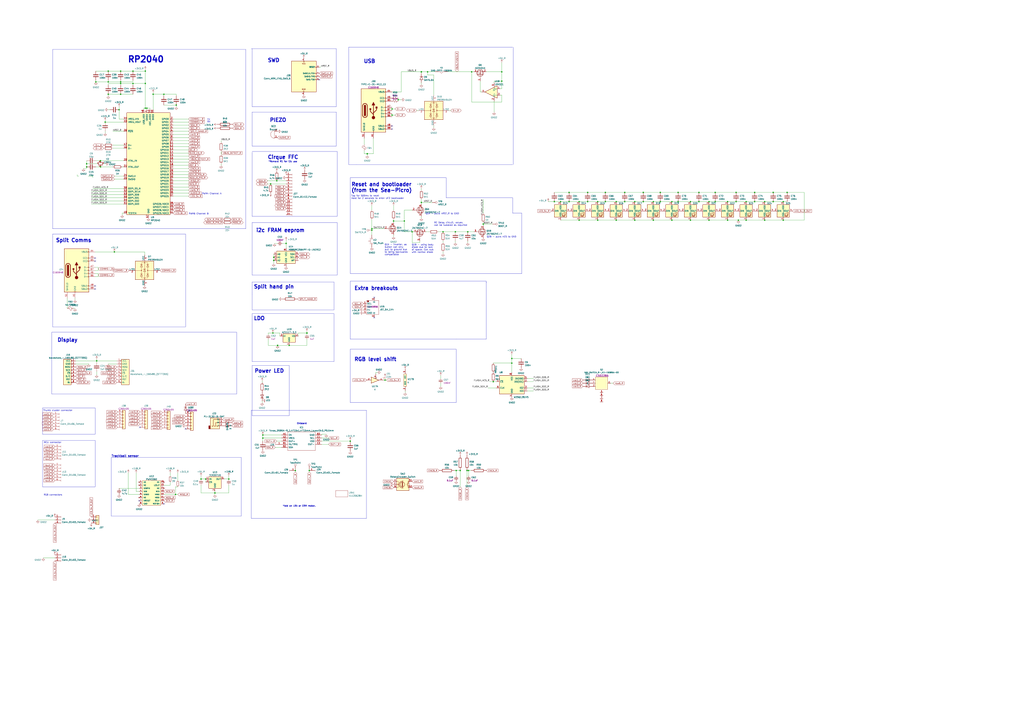
<source format=kicad_sch>
(kicad_sch (version 20221004) (generator eeschema)
  (paper "A1")
  (junction (at 374.65 386.715))
  (junction (at 242.57 386.715))
  (junction (at 109.22 68.58))
  (junction (at 168.91 393.7))
  (junction (at 321.945 94.615))
  (junction (at 556.895 158.115))
  (junction (at 78.74 67.31))
  (junction (at 305.435 187.96))
  (junction (at 97.79 90.17))
  (junction (at 490.855 165.735))
  (junction (at 119.38 68.58))
  (junction (at 227.33 148.59))
  (junction (at 587.375 165.735))
  (junction (at 119.38 88.9))
  (junction (at 301.625 126.365) (diameter 1.016))
  (junction (at 88.9 77.47))
  (junction (at 521.335 165.735))
  (junction (at 187.96 393.7))
  (junction (at 346.075 59.055) (diameter 1.016))
  (junction (at 305.435 189.23))
  (junction (at 109.22 58.42))
  (junction (at 597.535 165.735))
  (junction (at 528.32 158.115))
  (junction (at 582.295 165.735))
  (junction (at 497.205 165.735))
  (junction (at 363.855 190.5))
  (junction (at 467.36 165.735))
  (junction (at 384.81 386.715))
  (junction (at 176.53 405.13))
  (junction (at 597.535 180.975))
  (junction (at 455.295 165.735))
  (junction (at 93.98 207.01))
  (junction (at 420.37 298.45))
  (junction (at 387.35 59.055))
  (junction (at 528.32 165.735))
  (junction (at 612.775 180.975))
  (junction (at 542.29 165.735))
  (junction (at 86.36 100.33))
  (junction (at 574.04 158.115))
  (junction (at 119.38 58.42))
  (junction (at 252.095 273.685) (diameter 1.016))
  (junction (at 134.62 77.47))
  (junction (at 338.455 190.5))
  (junction (at 327.025 81.915))
  (junction (at 224.79 211.455))
  (junction (at 567.055 180.975))
  (junction (at 99.06 58.42))
  (junction (at 79.375 296.545))
  (junction (at 323.215 181.61))
  (junction (at 88.9 67.31))
  (junction (at 412.115 66.675))
  (junction (at 506.095 180.975))
  (junction (at 88.9 58.42))
  (junction (at 377.952 386.715))
  (junction (at 635 165.735))
  (junction (at 227.965 283.845) (diameter 1.016))
  (junction (at 346.075 166.37))
  (junction (at 567.055 165.735))
  (junction (at 71.12 134.62))
  (junction (at 628.015 180.975))
  (junction (at 374.015 190.5))
  (junction (at 215.9 357.505))
  (junction (at 321.945 89.535))
  (junction (at 237.49 283.845))
  (junction (at 497.205 158.115))
  (junction (at 144.78 86.36))
  (junction (at 383.54 386.715))
  (junction (at 556.895 165.735))
  (junction (at 643.255 180.975))
  (junction (at 513.08 165.735))
  (junction (at 165.1 393.7))
  (junction (at 384.175 190.5))
  (junction (at 606.425 180.975))
  (junction (at 316.23 312.42))
  (junction (at 332.105 181.61))
  (junction (at 482.6 158.115))
  (junction (at 396.875 184.15))
  (junction (at 99.06 68.58))
  (junction (at 612.775 165.735))
  (junction (at 420.37 294.64))
  (junction (at 467.36 158.115))
  (junction (at 619.76 165.735))
  (junction (at 551.815 180.975))
  (junction (at 82.55 137.16))
  (junction (at 71.12 137.16))
  (junction (at 587.375 158.115))
  (junction (at 144.145 406.4))
  (junction (at 643.255 165.735))
  (junction (at 287.655 362.585))
  (junction (at 490.855 180.975))
  (junction (at 234.95 200.025))
  (junction (at 513.08 158.115))
  (junction (at 604.52 158.115))
  (junction (at 224.155 273.685))
  (junction (at 82.55 132.08))
  (junction (at 536.575 165.735))
  (junction (at 475.615 165.735))
  (junction (at 475.615 180.975))
  (junction (at 628.015 165.735))
  (junction (at 222.25 151.13))
  (junction (at 604.52 165.735))
  (junction (at 542.29 158.115))
  (junction (at 506.095 165.735))
  (junction (at 412.115 59.055))
  (junction (at 646.43 158.115))
  (junction (at 521.335 180.975))
  (junction (at 582.295 180.975))
  (junction (at 125.73 77.47))
  (junction (at 215.9 360.045))
  (junction (at 120.65 88.9))
  (junction (at 351.155 59.055))
  (junction (at 460.375 165.735))
  (junction (at 254 386.715))
  (junction (at 635 158.115))
  (junction (at 224.79 213.995))
  (junction (at 619.76 158.115))
  (junction (at 405.13 313.69))
  (junction (at 551.815 165.735))
  (junction (at 482.6 165.735))
  (junction (at 99.06 77.47))
  (junction (at 99.06 67.31))
  (junction (at 574.04 165.735))
  (junction (at 536.575 180.975))
  (no_connect (at 262.255 65.405))
  (no_connect (at 321.945 106.045))
  (no_connect (at 78.105 212.09))
  (no_connect (at 307.34 244.475))
  (no_connect (at 307.34 260.985))
  (no_connect (at 78.105 237.49))
  (no_connect (at 78.105 214.63))
  (no_connect (at 321.945 103.505))
  (no_connect (at 134.62 414.02))
  (no_connect (at 78.105 234.95))
  (no_connect (at 114.3 411.48))
  (no_connect (at 152.4 352.425))
  (no_connect (at 114.935 351.155))
  (polyline (pts (xy 207.01 231.775) (xy 207.01 240.665)))
  (polyline (pts (xy 207.01 341.63) (xy 207.01 300.355)))
  (wire (pts (xy 142.24 118.11) (xy 154.94 118.11)))
  (wire (pts (xy 405.13 298.45) (xy 420.37 298.45)))
  (wire (pts (xy 82.55 137.16) (xy 92.71 137.16)))
  (wire (pts (xy 215.9 357.505) (xy 231.14 357.505)))
  (wire (pts (xy 114.3 403.86) (xy 111.76 403.86)))
  (wire (pts (xy 323.215 181.61) (xy 323.215 182.88)))
  (wire (pts (xy 412.115 78.105) (xy 412.115 83.82)))
  (polyline (pts (xy 276.86 226.06) (xy 207.01 226.06)))
  (wire (pts (xy 142.24 158.75) (xy 154.94 158.75)))
  (polyline (pts (xy 421.005 38.735) (xy 286.385 38.735)))
  (polyline (pts (xy 78.105 361.95) (xy 78.105 400.05)))
  (wire (pts (xy 120.65 88.9) (xy 119.38 88.9)))
  (polyline (pts (xy 201.93 40.64) (xy 201.93 187.96)))
  (wire (pts (xy 226.06 367.665) (xy 231.14 367.665)))
  (wire (pts (xy 234.95 197.485) (xy 234.95 200.025)))
  (wire (pts (xy 377.952 400.177) (xy 377.952 386.715)))
  (wire (pts (xy 396.875 163.83) (xy 396.875 175.26)))
  (wire (pts (xy 316.23 312.42) (xy 317.5 312.42)))
  (polyline (pts (xy 42.545 273.05) (xy 194.31 273.05)))
  (wire (pts (xy 76.2 144.78) (xy 76.2 146.05)))
  (polyline (pts (xy 287.655 147.32) (xy 287.655 224.79)))
  (wire (pts (xy 528.32 165.735) (xy 536.575 165.735)))
  (wire (pts (xy 497.205 158.115) (xy 513.08 158.115)))
  (wire (pts (xy 506.095 165.735) (xy 513.08 165.735)))
  (polyline (pts (xy 206.375 344.17) (xy 206.375 426.085)))
  (wire (pts (xy 420.37 306.07) (xy 420.37 298.45)))
  (wire (pts (xy 262.255 55.245) (xy 263.525 55.245)))
  (wire (pts (xy 420.37 294.64) (xy 427.99 294.64)))
  (wire (pts (xy 78.105 219.71) (xy 80.645 219.71)))
  (wire (pts (xy 264.16 360.045) (xy 269.875 360.045)))
  (wire (pts (xy 109.22 69.85) (xy 109.22 68.58)))
  (wire (pts (xy 71.12 134.62) (xy 71.12 137.16)))
  (wire (pts (xy 299.085 126.365) (xy 301.625 126.365)))
  (wire (pts (xy 144.145 400.05) (xy 144.145 406.4)))
  (wire (pts (xy 316.23 312.42) (xy 314.96 312.42)))
  (wire (pts (xy 142.24 107.95) (xy 154.94 107.95)))
  (wire (pts (xy 142.24 143.51) (xy 154.94 143.51)))
  (wire (pts (xy 109.22 58.42) (xy 119.38 58.42)))
  (polyline (pts (xy 207.01 226.06) (xy 207.01 182.88)))
  (wire (pts (xy 346.075 59.055) (xy 351.155 59.055)))
  (wire (pts (xy 394.335 66.675) (xy 394.335 75.565)))
  (wire (pts (xy 346.075 154.94) (xy 346.075 156.21)))
  (wire (pts (xy 383.54 386.715) (xy 384.81 386.715)))
  (wire (pts (xy 433.07 313.69) (xy 438.15 313.69)))
  (wire (pts (xy 88.9 77.47) (xy 99.06 77.47)))
  (wire (pts (xy 254 386.715) (xy 254 387.985)))
  (wire (pts (xy 363.855 207.01) (xy 363.855 208.28)))
  (wire (pts (xy 305.435 180.34) (xy 305.435 187.96)))
  (wire (pts (xy 144.78 86.36) (xy 144.78 87.63)))
  (polyline (pts (xy 207.01 87.63) (xy 276.225 87.63)))
  (wire (pts (xy 360.045 190.5) (xy 363.855 190.5)))
  (wire (pts (xy 506.095 180.975) (xy 521.335 180.975)))
  (wire (pts (xy 78.105 224.79) (xy 80.645 224.79)))
  (wire (pts (xy 384.81 386.715) (xy 386.842 386.715)))
  (wire (pts (xy 405.13 313.69) (xy 407.67 313.69)))
  (wire (pts (xy 467.36 158.115) (xy 482.6 158.115)))
  (wire (pts (xy 80.645 222.25) (xy 78.105 222.25)))
  (wire (pts (xy 396.875 184.15) (xy 396.875 185.42)))
  (wire (pts (xy 74.93 165.1) (xy 101.6 165.1)))
  (wire (pts (xy 215.265 314.325) (xy 215.265 313.055)))
  (wire (pts (xy 482.6 165.735) (xy 490.855 165.735)))
  (wire (pts (xy 229.87 273.685) (xy 229.87 276.225)))
  (wire (pts (xy 349.885 190.5) (xy 352.425 190.5)))
  (wire (pts (xy 119.38 57.15) (xy 119.38 58.42)))
  (polyline (pts (xy 274.32 231.775) (xy 207.01 231.775)))
  (wire (pts (xy 165.1 405.13) (xy 176.53 405.13)))
  (wire (pts (xy 134.62 406.4) (xy 144.145 406.4)))
  (wire (pts (xy 219.71 151.13) (xy 222.25 151.13)))
  (polyline (pts (xy 287.655 287.02) (xy 374.65 287.02)))
  (polyline (pts (xy 91.44 375.92) (xy 91.44 424.18)))
  (wire (pts (xy 383.54 386.715) (xy 383.54 400.177)))
  (wire (pts (xy 215.9 360.045) (xy 215.9 362.585)))
  (wire (pts (xy 628.015 165.735) (xy 635 165.735)))
  (wire (pts (xy 134.62 77.47) (xy 144.78 77.47)))
  (wire (pts (xy 619.76 158.115) (xy 635 158.115)))
  (polyline (pts (xy 207.01 257.81) (xy 274.32 257.81)))
  (wire (pts (xy 142.24 151.13) (xy 154.94 151.13)))
  (polyline (pts (xy 366.395 146.05) (xy 287.655 146.05)))
  (wire (pts (xy 68.58 138.43) (xy 71.12 138.43)))
  (wire (pts (xy 71.12 132.08) (xy 71.12 134.62)))
  (wire (pts (xy 99.06 68.58) (xy 99.06 69.85)))
  (wire (pts (xy 628.015 180.975) (xy 643.255 180.975)))
  (wire (pts (xy 338.455 190.5) (xy 332.105 190.5)))
  (polyline (pts (xy 78.105 335.28) (xy 78.105 356.87)))
  (polyline (pts (xy 276.225 87.63) (xy 276.225 40.005)))
  (polyline (pts (xy 399.415 278.765) (xy 374.65 278.765)))
  (wire (pts (xy 242.57 386.715) (xy 242.57 387.985)))
  (wire (pts (xy 410.845 78.105) (xy 412.115 78.105)))
  (wire (pts (xy 142.24 153.67) (xy 154.94 153.67)))
  (wire (pts (xy 551.815 180.975) (xy 567.055 180.975)))
  (wire (pts (xy 374.015 190.5) (xy 384.175 190.5)))
  (wire (pts (xy 144.145 400.05) (xy 146.05 400.05)))
  (wire (pts (xy 387.35 83.82) (xy 412.115 83.82)))
  (wire (pts (xy 74.93 157.48) (xy 101.6 157.48)))
  (wire (pts (xy 346.075 177.8) (xy 346.075 179.07)))
  (wire (pts (xy 242.57 385.445) (xy 242.57 386.715)))
  (wire (pts (xy 497.205 165.735) (xy 506.095 165.735)))
  (wire (pts (xy 597.535 165.735) (xy 604.52 165.735)))
  (wire (pts (xy 142.24 102.87) (xy 154.94 102.87)))
  (wire (pts (xy 79.375 296.545) (xy 95.885 296.545)))
  (wire (pts (xy 344.805 198.12) (xy 344.805 199.39)))
  (wire (pts (xy 490.855 180.975) (xy 506.095 180.975)))
  (wire (pts (xy 142.24 146.05) (xy 154.94 146.05)))
  (wire (pts (xy 142.24 113.03) (xy 154.94 113.03)))
  (wire (pts (xy 222.25 151.13) (xy 234.95 151.13)))
  (polyline (pts (xy 207.01 182.88) (xy 276.86 182.88)))
  (wire (pts (xy 356.235 61.595) (xy 356.235 78.105)))
  (wire (pts (xy 475.615 165.735) (xy 482.6 165.735)))
  (wire (pts (xy 405.765 67.945) (xy 405.765 66.675)))
  (wire (pts (xy 60.325 253.365) (xy 61.595 253.365)))
  (wire (pts (xy 187.96 391.16) (xy 187.96 393.7)))
  (polyline (pts (xy 207.01 300.355) (xy 237.49 300.355)))
  (wire (pts (xy 387.35 59.055) (xy 387.35 83.82)))
  (polyline (pts (xy 287.655 146.05) (xy 287.655 147.32)))
  (polyline (pts (xy 276.86 182.88) (xy 276.86 226.06)))
  (wire (pts (xy 329.565 59.055) (xy 329.565 75.565)))
  (polyline (pts (xy 195.58 187.96) (xy 43.18 187.96)))
  (wire (pts (xy 433.07 321.31) (xy 438.15 321.31)))
  (wire (pts (xy 306.705 113.665) (xy 306.705 126.365)))
  (wire (pts (xy 305.435 168.91) (xy 305.435 172.72)))
  (wire (pts (xy 513.08 165.735) (xy 521.335 165.735)))
  (polyline (pts (xy 421.005 162.56) (xy 366.395 162.56)))
  (wire (pts (xy 412.115 51.435) (xy 412.115 59.055)))
  (wire (pts (xy 176.53 405.13) (xy 176.53 406.4)))
  (polyline (pts (xy 366.395 162.56) (xy 366.395 146.05)))
  (polyline (pts (xy 207.01 177.8) (xy 207.01 125.095)))
  (wire (pts (xy 384.81 386.715) (xy 384.81 391.287)))
  (wire (pts (xy 327.025 83.185) (xy 327.025 81.915)))
  (wire (pts (xy 321.945 89.535) (xy 321.945 90.805)))
  (wire (pts (xy 85.09 134.62) (xy 86.36 134.62)))
  (wire (pts (xy 88.9 77.47) (xy 88.9 78.74)))
  (wire (pts (xy 412.115 73.025) (xy 410.845 73.025)))
  (wire (pts (xy 92.71 121.92) (xy 101.6 121.92)))
  (wire (pts (xy 187.96 405.13) (xy 176.53 405.13)))
  (polyline (pts (xy 207.01 92.075) (xy 276.225 92.075)))
  (wire (pts (xy 82.55 132.08) (xy 101.6 132.08)))
  (wire (pts (xy 142.24 105.41) (xy 154.94 105.41)))
  (wire (pts (xy 338.455 190.5) (xy 339.725 190.5)))
  (wire (pts (xy 100.33 137.16) (xy 101.6 137.16)))
  (wire (pts (xy 78.74 137.16) (xy 82.55 137.16)))
  (wire (pts (xy 99.06 58.42) (xy 109.22 58.42)))
  (wire (pts (xy 387.35 59.055) (xy 389.255 59.055)))
  (wire (pts (xy 78.74 58.42) (xy 88.9 58.42)))
  (polyline (pts (xy 276.225 92.075) (xy 276.225 120.015)))
  (wire (pts (xy 332.105 172.72) (xy 332.105 181.61)))
  (wire (pts (xy 521.335 165.735) (xy 528.32 165.735)))
  (wire (pts (xy 450.215 165.735) (xy 455.295 165.735)))
  (wire (pts (xy 344.805 199.39) (xy 338.455 199.39)))
  (wire (pts (xy 606.425 180.975) (xy 612.775 180.975)))
  (polyline (pts (xy 237.49 341.63) (xy 207.01 341.63)))
  (wire (pts (xy 119.38 88.9) (xy 118.11 88.9)))
  (polyline (pts (xy 34.925 361.95) (xy 78.105 361.95)))
  (wire (pts (xy 79.375 305.435) (xy 79.375 307.975)))
  (polyline (pts (xy 421.005 175.26) (xy 421.005 162.56)))
  (wire (pts (xy 181.61 115.57) (xy 181.61 116.84)))
  (wire (pts (xy 582.295 180.975) (xy 597.535 180.975)))
  (wire (pts (xy 78.74 66.04) (xy 78.74 67.31)))
  (wire (pts (xy 361.95 308.61) (xy 361.95 311.15)))
  (wire (pts (xy 405.765 66.675) (xy 412.115 66.675)))
  (wire (pts (xy 323.215 180.34) (xy 323.215 181.61)))
  (wire (pts (xy 643.255 180.975) (xy 660.4 180.975)))
  (wire (pts (xy 74.93 167.64) (xy 101.6 167.64)))
  (polyline (pts (xy 207.01 297.18) (xy 207.01 257.81)))
  (polyline (pts (xy 286.385 38.735) (xy 286.385 135.255)))
  (wire (pts (xy 120.65 88.9) (xy 120.65 90.17)))
  (wire (pts (xy 80.645 219.71) (xy 80.645 222.25)))
  (wire (pts (xy 327.025 81.915) (xy 329.565 81.915)))
  (wire (pts (xy 118.11 88.9) (xy 118.11 90.17)))
  (wire (pts (xy 142.24 138.43) (xy 154.94 138.43)))
  (wire (pts (xy 346.075 166.37) (xy 346.075 167.64)))
  (polyline (pts (xy 194.31 323.85) (xy 42.545 323.85)))
  (polyline (pts (xy 206.375 337.185) (xy 206.375 344.17)))
  (wire (pts (xy 80.645 227.33) (xy 78.105 227.33)))
  (polyline (pts (xy 78.105 356.87) (xy 34.925 356.87)))
  (wire (pts (xy 574.04 165.735) (xy 582.295 165.735)))
  (wire (pts (xy 101.6 107.95) (xy 92.71 107.95)))
  (wire (pts (xy 134.62 77.47) (xy 125.73 77.47)))
  (polyline (pts (xy 66.04 138.43) (xy 66.04 138.43)))
  (wire (pts (xy 635 165.735) (xy 643.255 165.735)))
  (wire (pts (xy 88.9 58.42) (xy 99.06 58.42)))
  (wire (pts (xy 587.375 158.115) (xy 604.52 158.115)))
  (wire (pts (xy 321.945 89.535) (xy 324.485 89.535)))
  (wire (pts (xy 305.435 189.23) (xy 305.435 193.04)))
  (wire (pts (xy 373.38 386.715) (xy 374.65 386.715)))
  (wire (pts (xy 287.655 362.585) (xy 287.655 363.22)))
  (polyline (pts (xy 276.225 40.005) (xy 206.375 40.005)))
  (polyline (pts (xy 34.925 335.28) (xy 34.925 356.87)))
  (wire (pts (xy 321.945 93.345) (xy 321.945 94.615)))
  (polyline (pts (xy 43.18 194.945) (xy 43.18 268.605)))
  (wire (pts (xy 31.115 427.355) (xy 45.085 427.355)))
  (polyline (pts (xy 195.58 187.96) (xy 201.93 187.96)))
  (wire (pts (xy 321.945 94.615) (xy 321.945 95.885)))
  (wire (pts (xy 542.29 165.735) (xy 551.815 165.735)))
  (wire (pts (xy 144.145 406.4) (xy 146.05 406.4)))
  (wire (pts (xy 327.025 80.645) (xy 327.025 81.915)))
  (wire (pts (xy 351.155 61.595) (xy 351.155 59.055)))
  (wire (pts (xy 187.96 398.78) (xy 187.96 405.13)))
  (wire (pts (xy 123.19 88.9) (xy 120.65 88.9)))
  (wire (pts (xy 99.06 68.58) (xy 109.22 68.58)))
  (polyline (pts (xy 274.32 254.635) (xy 274.32 240.665)))
  (wire (pts (xy 346.075 163.83) (xy 346.075 166.37)))
  (wire (pts (xy 646.43 158.115) (xy 660.4 158.115)))
  (wire (pts (xy 61.595 245.11) (xy 61.595 246.38)))
  (wire (pts (xy 99.06 67.31) (xy 109.22 67.31)))
  (wire (pts (xy 62.23 296.545) (xy 79.375 296.545)))
  (wire (pts (xy 142.24 130.81) (xy 154.94 130.81)))
  (wire (pts (xy 455.295 158.115) (xy 467.36 158.115)))
  (wire (pts (xy 142.24 100.33) (xy 154.94 100.33)))
  (wire (pts (xy 227.33 362.585) (xy 231.14 362.585)))
  (wire (pts (xy 142.24 135.89) (xy 154.94 135.89)))
  (wire (pts (xy 412.115 66.675) (xy 412.115 59.055)))
  (wire (pts (xy 100.33 175.26) (xy 100.33 176.53)))
  (wire (pts (xy 109.22 68.58) (xy 119.38 68.58)))
  (polyline (pts (xy 286.385 135.255) (xy 292.735 135.255)))
  (wire (pts (xy 338.455 199.39) (xy 338.455 190.5)))
  (wire (pts (xy 597.535 180.975) (xy 606.425 180.975)))
  (wire (pts (xy 142.24 110.49) (xy 154.94 110.49)))
  (wire (pts (xy 321.945 94.615) (xy 324.485 94.615)))
  (polyline (pts (xy 274.32 240.665) (xy 274.32 231.775)))
  (wire (pts (xy 114.3 406.4) (xy 105.41 406.4)))
  (wire (pts (xy 501.65 314.96) (xy 503.555 314.96)))
  (wire (pts (xy 184.15 393.7) (xy 187.96 393.7)))
  (polyline (pts (xy 207.01 241.935) (xy 207.01 254.635)))
  (wire (pts (xy 287.655 361.95) (xy 287.655 362.585)))
  (wire (pts (xy 321.945 75.565) (xy 329.565 75.565)))
  (polyline (pts (xy 43.18 192.405) (xy 43.18 194.945)))
  (polyline (pts (xy 207.01 40.005) (xy 207.01 87.63)))
  (wire (pts (xy 521.335 180.975) (xy 536.575 180.975)))
  (wire (pts (xy 635 158.115) (xy 646.43 158.115)))
  (wire (pts (xy 264.16 365.125) (xy 269.875 365.125)))
  (wire (pts (xy 536.575 165.735) (xy 542.29 165.735)))
  (wire (pts (xy 142.24 97.79) (xy 154.94 97.79)))
  (wire (pts (xy 139.7 398.78) (xy 139.7 396.24)))
  (wire (pts (xy 363.855 198.12) (xy 363.855 199.39)))
  (wire (pts (xy 556.895 165.735) (xy 567.055 165.735)))
  (wire (pts (xy 252.095 273.685) (xy 252.095 274.955)))
  (wire (pts (xy 643.255 165.735) (xy 646.43 165.735)))
  (wire (pts (xy 119.38 58.42) (xy 119.38 68.58)))
  (wire (pts (xy 74.93 160.02) (xy 101.6 160.02)))
  (wire (pts (xy 342.265 90.805) (xy 343.535 90.805)))
  (polyline (pts (xy 276.86 177.8) (xy 207.01 177.8)))
  (wire (pts (xy 35.56 458.47) (xy 45.085 458.47)))
  (wire (pts (xy 332.105 181.61) (xy 323.215 181.61)))
  (polyline (pts (xy 274.32 297.18) (xy 207.01 297.18)))
  (wire (pts (xy 86.36 99.06) (xy 86.36 100.33)))
  (wire (pts (xy 139.7 391.16) (xy 139.7 388.62)))
  (wire (pts (xy 215.9 360.045) (xy 231.14 360.045)))
  (wire (pts (xy 323.215 193.04) (xy 323.215 194.31)))
  (wire (pts (xy 528.32 158.115) (xy 542.29 158.115)))
  (polyline (pts (xy 43.18 40.64) (xy 201.93 40.64)))
  (wire (pts (xy 405.765 83.185) (xy 405.765 92.075)))
  (wire (pts (xy 323.215 168.91) (xy 323.215 172.72)))
  (polyline (pts (xy 300.99 426.085) (xy 300.99 337.185)))
  (wire (pts (xy 234.95 148.59) (xy 227.33 148.59)))
  (wire (pts (xy 142.24 125.73) (xy 154.94 125.73)))
  (wire (pts (xy 165.1 393.7) (xy 168.91 393.7)))
  (polyline (pts (xy 152.4 268.605) (xy 152.4 192.405)))
  (wire (pts (xy 118.745 209.55) (xy 118.745 207.01)))
  (wire (pts (xy 55.245 245.11) (xy 55.245 253.365)))
  (wire (pts (xy 109.22 66.04) (xy 109.22 67.31)))
  (wire (pts (xy 455.295 165.735) (xy 460.375 165.735)))
  (wire (pts (xy 97.79 90.17) (xy 97.79 97.79)))
  (wire (pts (xy 374.65 391.287) (xy 374.65 386.715)))
  (wire (pts (xy 482.6 158.115) (xy 497.205 158.115)))
  (polyline (pts (xy 42.545 273.05) (xy 42.545 323.85)))
  (wire (pts (xy 346.075 60.325) (xy 346.075 59.055)))
  (wire (pts (xy 433.07 311.15) (xy 438.15 311.15)))
  (wire (pts (xy 252.095 272.415) (xy 252.095 273.685)))
  (polyline (pts (xy 207.01 124.46) (xy 276.86 124.46)))
  (polyline (pts (xy 428.625 224.79) (xy 428.625 175.26)))
  (wire (pts (xy 374.015 198.12) (xy 374.015 199.39)))
  (wire (pts (xy 165.1 391.16) (xy 165.1 393.7)))
  (wire (pts (xy 363.855 190.5) (xy 374.015 190.5)))
  (wire (pts (xy 74.93 162.56) (xy 101.6 162.56)))
  (wire (pts (xy 119.38 68.58) (xy 119.38 88.9)))
  (polyline (pts (xy 374.65 287.02) (xy 374.65 330.835)))
  (polyline (pts (xy 91.44 375.92) (xy 198.12 375.92)))
  (wire (pts (xy 224.155 273.685) (xy 229.87 273.685)))
  (wire (pts (xy 101.6 175.26) (xy 100.33 175.26)))
  (wire (pts (xy 490.855 165.735) (xy 497.205 165.735)))
  (wire (pts (xy 567.055 180.975) (xy 582.295 180.975)))
  (polyline (pts (xy 34.925 335.28) (xy 78.105 335.28)))
  (polyline (pts (xy 34.925 361.95) (xy 34.925 400.05)))
  (wire (pts (xy 142.24 148.59) (xy 154.94 148.59)))
  (wire (pts (xy 125.73 76.2) (xy 125.73 77.47)))
  (wire (pts (xy 542.29 158.115) (xy 556.895 158.115)))
  (polyline (pts (xy 207.01 240.665) (xy 207.01 241.935)))
  (polyline (pts (xy 78.105 400.05) (xy 34.925 400.05)))
  (wire (pts (xy 433.07 318.77) (xy 438.15 318.77)))
  (wire (pts (xy 111.76 403.86) (xy 111.76 388.62)))
  (polyline (pts (xy 287.655 231.14) (xy 374.65 231.14)))
  (wire (pts (xy 99.06 77.47) (xy 109.22 77.47)))
  (wire (pts (xy 460.375 165.735) (xy 467.36 165.735)))
  (polyline (pts (xy 276.225 120.015) (xy 207.01 120.015)))
  (wire (pts (xy 165.1 398.78) (xy 165.1 405.13)))
  (wire (pts (xy 88.9 299.085) (xy 95.885 299.085)))
  (wire (pts (xy 224.79 211.455) (xy 224.79 213.995)))
  (wire (pts (xy 123.19 90.17) (xy 123.19 88.9)))
  (polyline (pts (xy 374.65 330.835) (xy 287.655 330.835)))
  (wire (pts (xy 227.33 148.59) (xy 219.71 148.59)))
  (wire (pts (xy 574.04 158.115) (xy 587.375 158.115)))
  (wire (pts (xy 556.895 158.115) (xy 574.04 158.115)))
  (wire (pts (xy 460.375 180.975) (xy 475.615 180.975)))
  (polyline (pts (xy 421.64 135.255) (xy 421.64 38.735)))
  (wire (pts (xy 361.95 314.96) (xy 361.95 317.5)))
  (wire (pts (xy 356.235 61.595) (xy 351.155 61.595)))
  (wire (pts (xy 88.9 67.31) (xy 99.06 67.31)))
  (wire (pts (xy 245.11 276.225) (xy 245.11 273.685)))
  (wire (pts (xy 146.05 388.62) (xy 146.05 394.97)))
  (wire (pts (xy 401.955 313.69) (xy 405.13 313.69)))
  (wire (pts (xy 245.11 273.685) (xy 252.095 273.685)))
  (wire (pts (xy 305.435 187.96) (xy 305.435 189.23)))
  (wire (pts (xy 168.91 396.24) (xy 168.91 393.7)))
  (wire (pts (xy 63.5 144.78) (xy 64.77 144.78)))
  (polyline (pts (xy 43.18 187.96) (xy 43.18 40.64)))
  (wire (pts (xy 134.62 86.36) (xy 144.78 86.36)))
  (wire (pts (xy 612.775 180.975) (xy 628.015 180.975)))
  (wire (pts (xy 215.265 329.565) (xy 215.265 330.835)))
  (wire (pts (xy 134.62 398.78) (xy 139.7 398.78)))
  (wire (pts (xy 224.79 208.915) (xy 224.79 211.455)))
  (wire (pts (xy 237.49 283.845) (xy 252.095 283.845)))
  (polyline (pts (xy 399.415 231.775) (xy 399.415 278.765)))
  (wire (pts (xy 252.095 278.765) (xy 252.095 283.845)))
  (wire (pts (xy 225.425 200.025) (xy 227.965 200.025)))
  (wire (pts (xy 346.075 67.945) (xy 346.075 69.215)))
  (wire (pts (xy 80.01 134.62) (xy 71.12 134.62)))
  (wire (pts (xy 299.085 123.825) (xy 299.085 126.365)))
  (wire (pts (xy 612.775 165.735) (xy 619.76 165.735)))
  (wire (pts (xy 101.6 97.79) (xy 97.79 97.79)))
  (wire (pts (xy 367.665 59.055) (xy 387.35 59.055)))
  (wire (pts (xy 396.875 182.88) (xy 396.875 184.15)))
  (polyline (pts (xy 287.655 224.79) (xy 428.625 224.79)))
  (wire (pts (xy 88.9 68.58) (xy 99.06 68.58)))
  (wire (pts (xy 346.075 166.37) (xy 354.965 166.37)))
  (wire (pts (xy 374.65 386.715) (xy 377.952 386.715)))
  (polyline (pts (xy 198.12 424.18) (xy 198.12 375.92)))
  (wire (pts (xy 78.74 67.31) (xy 88.9 67.31)))
  (polyline (pts (xy 207.01 254.635) (xy 274.32 254.635)))
  (wire (pts (xy 93.98 207.01) (xy 118.745 207.01)))
  (wire (pts (xy 420.37 298.45) (xy 420.37 294.64)))
  (wire (pts (xy 420.37 291.465) (xy 420.37 294.64)))
  (wire (pts (xy 332.105 190.5) (xy 332.105 181.61)))
  (wire (pts (xy 78.105 207.01) (xy 93.98 207.01)))
  (wire (pts (xy 254 385.445) (xy 254 386.715)))
  (wire (pts (xy 399.415 59.055) (xy 412.115 59.055)))
  (wire (pts (xy 88.9 66.04) (xy 88.9 67.31)))
  (wire (pts (xy 619.76 165.735) (xy 628.015 165.735)))
  (wire (pts (xy 329.565 59.055) (xy 346.075 59.055)))
  (wire (pts (xy 224.79 213.995) (xy 224.79 216.535)))
  (wire (pts (xy 264.16 356.87) (xy 267.97 356.87)))
  (wire (pts (xy 301.625 126.365) (xy 301.625 127.635)))
  (wire (pts (xy 142.24 156.21) (xy 154.94 156.21)))
  (wire (pts (xy 299.085 113.665) (xy 299.085 118.745)))
  (wire (pts (xy 467.36 165.735) (xy 475.615 165.735)))
  (wire (pts (xy 220.345 278.765) (xy 220.345 283.845)))
  (wire (pts (xy 231.775 200.025) (xy 234.95 200.025)))
  (wire (pts (xy 412.115 66.675) (xy 412.115 73.025)))
  (wire (pts (xy 220.345 273.685) (xy 224.155 273.685)))
  (wire (pts (xy 142.24 128.27) (xy 154.94 128.27)))
  (wire (pts (xy 88.9 90.17) (xy 90.17 90.17)))
  (polyline (pts (xy 276.86 124.46) (xy 276.86 177.8)))
  (wire (pts (xy 305.435 187.96) (xy 315.595 187.96)))
  (wire (pts (xy 264.16 357.505) (xy 264.16 356.87)))
  (polyline (pts (xy 399.415 231.14) (xy 399.415 232.41)))
  (wire (pts (xy 101.6 100.33) (xy 86.36 100.33)))
  (wire (pts (xy 72.39 144.78) (xy 76.2 144.78)))
  (polyline (pts (xy 300.99 337.185) (xy 206.375 337.185)))
  (polyline (pts (xy 428.625 175.26) (xy 421.005 175.26)))
  (polyline (pts (xy 207.01 120.015) (xy 207.01 92.075)))
  (wire (pts (xy 86.36 107.95) (xy 86.36 109.22)))
  (wire (pts (xy 63.5 143.51) (xy 63.5 144.78)))
  (wire (pts (xy 88.9 69.85) (xy 88.9 68.58)))
  (wire (pts (xy 301.625 126.365) (xy 306.705 126.365)))
  (wire (pts (xy 142.24 123.19) (xy 154.94 123.19)))
  (wire (pts (xy 93.98 144.78) (xy 101.6 144.78)))
  (wire (pts (xy 604.52 158.115) (xy 619.76 158.115)))
  (wire (pts (xy 79.375 296.545) (xy 79.375 297.815)))
  (wire (pts (xy 220.345 283.845) (xy 227.965 283.845)))
  (wire (pts (xy 384.175 198.12) (xy 384.175 199.39)))
  (wire (pts (xy 181.61 124.46) (xy 181.61 127)))
  (polyline (pts (xy 292.735 135.255) (xy 421.005 135.255)))
  (wire (pts (xy 80.645 224.79) (xy 80.645 227.33)))
  (wire (pts (xy 134.62 78.74) (xy 134.62 77.47)))
  (wire (pts (xy 142.24 133.35) (xy 154.94 133.35)))
  (wire (pts (xy 71.12 138.43) (xy 71.12 137.16)))
  (wire (pts (xy 234.95 200.025) (xy 234.95 203.835)))
  (polyline (pts (xy 152.4 192.405) (xy 43.18 192.405)))
  (wire (pts (xy 142.24 140.97) (xy 154.94 140.97)))
  (wire (pts (xy 264.16 362.585) (xy 287.655 362.585)))
  (wire (pts (xy 582.295 165.735) (xy 587.375 165.735)))
  (wire (pts (xy 99.06 66.04) (xy 99.06 67.31)))
  (polyline (pts (xy 91.44 424.18) (xy 198.12 424.18)))
  (wire (pts (xy 142.24 115.57) (xy 154.94 115.57)))
  (wire (pts (xy 97.79 401.32) (xy 114.3 401.32)))
  (wire (pts (xy 181.61 134.62) (xy 181.61 135.89)))
  (polyline (pts (xy 237.49 300.355) (xy 237.49 341.63)))
  (wire (pts (xy 396.875 184.15) (xy 404.495 184.15)))
  (wire (pts (xy 93.98 147.32) (xy 101.6 147.32)))
  (wire (pts (xy 332.74 322.58) (xy 332.74 321.31)))
  (wire (pts (xy 356.235 103.505) (xy 356.235 104.775)))
  (wire (pts (xy 220.345 274.955) (xy 220.345 273.685)))
  (wire (pts (xy 332.105 172.72) (xy 338.455 172.72)))
  (polyline (pts (xy 206.375 426.085) (xy 300.99 426.085)))
  (wire (pts (xy 125.73 77.47) (xy 125.73 90.17)))
  (wire (pts (xy 92.71 119.38) (xy 101.6 119.38)))
  (wire (pts (xy 142.24 161.29) (xy 154.94 161.29)))
  (wire (pts (xy 567.055 165.735) (xy 574.04 165.735)))
  (polyline (pts (xy 43.18 268.605) (xy 152.4 268.605)))
  (wire (pts (xy 142.24 120.65) (xy 154.94 120.65)))
  (wire (pts (xy 76.2 154.94) (xy 101.6 154.94)))
  (polyline (pts (xy 287.655 330.835) (xy 287.655 287.02)))
  (wire (pts (xy 551.815 165.735) (xy 556.895 165.735)))
  (wire (pts (xy 176.53 403.86) (xy 176.53 405.13)))
  (polyline (pts (xy 374.65 278.765) (xy 287.655 278.765)))
  (wire (pts (xy 105.41 406.4) (xy 105.41 388.62)))
  (polyline (pts (xy 287.655 278.765) (xy 287.655 231.14)))
  (wire (pts (xy 475.615 180.975) (xy 490.855 180.975)))
  (wire (pts (xy 587.375 165.735) (xy 597.535 165.735)))
  (polyline (pts (xy 374.65 231.14) (xy 399.415 231.14)))
  (wire (pts (xy 321.945 88.265) (xy 321.945 89.535)))
  (wire (pts (xy 97.79 87.63) (xy 97.79 90.17)))
  (wire (pts (xy 394.335 75.565) (xy 395.605 75.565)))
  (wire (pts (xy 79.375 295.275) (xy 79.375 296.545)))
  (wire (pts (xy 604.52 165.735) (xy 612.775 165.735)))
  (wire (pts (xy 536.575 180.975) (xy 551.815 180.975)))
  (wire (pts (xy 400.685 318.77) (xy 407.67 318.77)))
  (wire (pts (xy 351.155 59.055) (xy 357.505 59.055)))
  (wire (pts (xy 309.88 306.07) (xy 308.61 306.07)))
  (polyline (pts (xy 194.31 273.05) (xy 194.31 323.85)))
  (wire (pts (xy 62.23 299.085) (xy 73.025 299.085)))
  (polyline (pts (xy 274.32 257.81) (xy 274.32 297.18)))
  (wire (pts (xy 308.61 306.07) (xy 308.61 307.34)))
  (wire (pts (xy 660.4 180.975) (xy 660.4 158.115)))
  (wire (pts (xy 384.175 190.5) (xy 389.255 190.5)))
  (wire (pts (xy 227.965 283.845) (xy 237.49 283.845)))
  (wire (pts (xy 513.08 158.115) (xy 528.32 158.115)))
  (wire (pts (xy 215.9 357.505) (xy 215.9 360.045)))
  (wire (pts (xy 144.78 77.47) (xy 144.78 78.74)))
  (wire (pts (xy 368.935 90.805) (xy 370.205 90.805)))
  (wire (pts (xy 78.74 132.08) (xy 82.55 132.08)))
  (text "Split hand pin" (at 208.28 237.49 0) (effects (font (size 3 3) bold) (justify left bottom)))
  (text "Reset and bootloader\n(from the Sea-Picro)" (at 288.417 158.242 0) (effects (font (size 3 3) bold) (justify left bottom)))
  (text "RX\n" (at 170.18 100.965 0) (effects (font (size 1.27 1.27)) (justify left bottom)))
  (text "Power LED" (at 208.915 306.705 0) (effects (font (size 3 3) bold) (justify left bottom)))
  (text "Trackball sensor" (at 91.44 375.92 0) (effects (font (size 1.778 1.778) (thickness 0.3556) bold) (justify left bottom)))
  (text "Split Comms" (at 45.72 199.39 0) (effects (font (size 3 3) bold) (justify left bottom)))
  (text "TX\n" (at 170.18 99.06 0) (effects (font (size 1.27 1.27)) (justify left bottom)))
  (text "Q2A - pulls nRST_R to GND" (at 349.504 176.403 0) (effects (font (size 1.27 1.27)) (justify left bottom)))
  (text "Display" (at 46.99 281.305 0) (effects (font (size 3 3) bold) (justify left bottom)))
  (text "MCU connector" (at 50.419 364.49 0) (effects (font (size 1.27 1.27)) (justify right bottom)))
  (text "Cirque FFC" (at 219.71 131.064 0) (effects (font (size 3 3) (thickness 0.6) bold) (justify left bottom)))
  (text "RGB connectors" (at 51.181 407.543 0) (effects (font (size 1.27 1.27)) (justify right bottom)))
  (text "USB" (at 298.577 52.197 0) (effects (font (size 3 3) bold) (justify left bottom)))
  (text "Tap for 500ms to reset\nHold for 2 seconds to enter UF2 bootloader" (at 288.417 163.83 0) (effects (font (size 1.27 1.27)) (justify left bottom)))
  (text "RC Delay circuit, values\ncan be tweaked as required" (at 356.489 185.928 0) (effects (font (size 1.27 1.27)) (justify left bottom)))
  (text "PWM6 Channel B\n" (at 154.94 176.53 0) (effects (font (size 1.27 1.27)) (justify left bottom)))
  (text "*Add an LRA or ERM motor." (at 232.156 416.687 0) (effects (font (size 1.27 1.27) bold) (justify left bottom)))
  (text "i2c FRAM eeprom" (at 210.185 191.135 0) (effects (font (size 3 3) bold) (justify left bottom)))
  (text "RP2040" (at 104.648 51.816 0) (effects (font (size 5 5) (thickness 1) bold) (justify left bottom)))
  (text "*Remove R1 for i2c use" (at 220.472 133.604 0) (effects (font (size 1.27 1.27) bold) (justify left bottom)))
  (text "Q2B - pulls nCS to GND" (at 399.669 195.453 0) (effects (font (size 1.27 1.27)) (justify left bottom)))
  (text "Extra breakouts" (at 290.83 238.76 0) (effects (font (size 3 3) bold) (justify left bottom)))
  (text "Q1A - inverter, as \nbutton can only \npull to ground due\nto being backwards\ncompatiable" (at 315.849 210.058 0) (effects (font (size 1.27 1.27)) (justify left bottom)))
  (text "Thumb cluster connector" (at 59.563 338.074 0) (effects (font (size 1.27 1.27)) (justify right bottom)))
  (text "Q1B - using body \ndiode due to lack\nof space. Can sub\nwith normal diode" (at 338.074 208.153 0) (effects (font (size 1.27 1.27)) (justify left bottom)))
  (text "PWM4 Channel A\n" (at 165.735 160.02 0) (effects (font (size 1.27 1.27)) (justify left bottom)))
  (text "RGB level shift" (at 290.83 297.18 0) (effects (font (size 3 3) bold) (justify left bottom)))
  (text "LDO\n" (at 208.28 263.525 0) (effects (font (size 3 3) bold) (justify left bottom)))
  (text "SWD\n" (at 219.71 51.435 0) (effects (font (size 3 3) bold) (justify left bottom)))
  (text "PIEZO\n" (at 221.361 100.584 0) (effects (font (size 3 3) (thickness 0.6) bold) (justify left bottom)))
  (text "Onboard" (at 243.84 348.869 0) (effects (font (size 1.27 1.27) bold) (justify left bottom)))
  (label "FLASH_SD1_R" (at 438.15 313.69 0))
  (label "nRST_R" (at 92.71 107.95 0))
  (label "VBUS_R" (at 181.61 115.57 0))
  (label "FLASH_SCK_R" (at 400.685 318.77 180))
  (label "FLASH_nCS_R" (at 401.955 313.69 180))
  (label "FLASH_SD3_R" (at 438.15 321.31 0))
  (label "nRST_R" (at 354.965 166.37 180))
  (label "FLASH_nCS_R" (at 76.2 154.94 0))
  (label "FLASH_SD0_R" (at 438.15 311.15 0))
  (label "FLASH_SD0_R" (at 74.93 160.02 0))
  (label "FLASH_SD2_R" (at 438.15 318.77 0))
  (label "BOOT_R" (at 404.495 184.15 180))
  (label "FLASH_SD3_R" (at 74.93 167.64 0))
  (label "FLASH_SD2_R" (at 74.93 165.1 0))
  (label "nRST_R" (at 263.525 55.245 0))
  (label "FLASH_nCS_R" (at 396.875 163.83 270))
  (label "FLASH_SD1_R" (at 74.93 162.56 0))
  (label "FLASH_SCK_R" (at 74.93 157.48 0))
  (label "SWITCH_R" (at 306.705 187.96 0))
  (label "VBUS_R" (at 334.645 59.055 0))
  (global_label "LCD_BL_R" (shape input) (at 95.885 314.325 180) (property "Intersheet References" "${INTERSHEET_REFS}" (effects hide)))
  (global_label "OUT-_R" (shape input) (at 242.57 387.985 270) (property "Intersheet References" "${INTERSHEET_REFS}" (effects hide)))
  (global_label "MB2_R" (shape input) (at 234.95 156.21 180) (property "Intersheet References" "${INTERSHEET_REFS}" (effects hide)))
  (global_label "MISO_R" (shape input) (at 154.94 148.59 0) (property "Intersheet References" "${INTERSHEET_REFS}" (effects hide)))
  (global_label "col5_R" (shape input) (at 133.35 346.71 180) (property "Intersheet References" "${INTERSHEET_REFS}" (effects hide)))
  (global_label "col4_R" (shape input) (at 133.35 344.17 180) (property "Intersheet References" "${INTERSHEET_REFS}" (effects hide)))
  (global_label "col6_R" (shape input) (at 142.24 167.64 0) (property "Intersheet References" "${INTERSHEET_REFS}" (effects hide)))
  (global_label "SWCLK_R" (shape input) (at 93.98 144.78 180) (property "Intersheet References" "${INTERSHEET_REFS}" (effects hide)))
  (global_label "OUT+_R" (shape input) (at 227.33 362.585 180) (property "Intersheet References" "${INTERSHEET_REFS}" (effects hide)))
  (global_label "D+_R" (shape bidirectional) (at 85.09 119.38 180) (property "Intersheet References" "${INTERSHEET_REFS}" (effects hide)))
  (global_label "col2_R" (shape input) (at 154.94 115.57 0) (property "Intersheet References" "${INTERSHEET_REFS}" (effects hide)))
  (global_label "MOSI_R" (shape input) (at 234.95 161.29 180) (property "Intersheet References" "${INTERSHEET_REFS}" (effects hide)))
  (global_label "col5_R" (shape input) (at 43.815 340.36 180) (property "Intersheet References" "${INTERSHEET_REFS}" (effects hide)))
  (global_label "col3_R" (shape input) (at 45.085 367.03 180) (property "Intersheet References" "${INTERSHEET_REFS}" (effects hide)))
  (global_label "DR0_R" (shape input) (at 234.95 163.83 180) (property "Intersheet References" "${INTERSHEET_REFS}" (effects hide)))
  (global_label "D-_R" (shape bidirectional) (at 342.265 90.805 180) (property "Intersheet References" "${INTERSHEET_REFS}" (effects hide)))
  (global_label "LCD_BL_R" (shape input) (at 142.24 175.26 0) (property "Intersheet References" "${INTERSHEET_REFS}" (effects hide)))
  (global_label "LED_3v_R" (shape input) (at 154.94 161.29 0) (property "Intersheet References" "${INTERSHEET_REFS}" (effects hide)))
  (global_label "AUDIO_R" (shape input) (at 154.94 158.75 0) (property "Intersheet References" "${INTERSHEET_REFS}" (effects hide)))
  (global_label "MB1_R" (shape input) (at 234.95 153.67 180) (property "Intersheet References" "${INTERSHEET_REFS}" (effects hide)))
  (global_label "row6_R" (shape input) (at 182.88 344.805 0) (property "Intersheet References" "${INTERSHEET_REFS}" (effects hide)))
  (global_label "col1_R" (shape input) (at 114.935 346.075 180) (property "Intersheet References" "${INTERSHEET_REFS}" (effects hide)))
  (global_label "col2_R" (shape input) (at 478.79 314.96 180) (property "Intersheet References" "${INTERSHEET_REFS}" (effects hide)))
  (global_label "LED_3v_R" (shape input) (at 300.99 312.42 180) (property "Intersheet References" "${INTERSHEET_REFS}" (effects hide)))
  (global_label "col4_R" (shape input) (at 96.52 343.535 180) (property "Intersheet References" "${INTERSHEET_REFS}" (effects hide)))
  (global_label "LCD_BL_R" (shape input) (at 62.23 314.325 0) (property "Intersheet References" "${INTERSHEET_REFS}" (effects hide)))
  (global_label "MISO_R" (shape input) (at 146.05 406.4 0) (property "Intersheet References" "${INTERSHEET_REFS}" (effects hide)))
  (global_label "SCK_R_PIN_R" (shape output) (at 182.88 180.34 180) (property "Intersheet References" "${INTERSHEET_REFS}" (effects hide)))
  (global_label "VBUS_DETECT_R" (shape input) (at 154.94 130.81 0) (property "Intersheet References" "${INTERSHEET_REFS}" (effects hide)))
  (global_label "SCL_R" (shape bidirectional) (at 219.71 151.13 180) (property "Intersheet References" "${INTERSHEET_REFS}" (effects hide)))
  (global_label "col1_R" (shape input) (at 45.085 374.65 180) (property "Intersheet References" "${INTERSHEET_REFS}" (effects hide)))
  (global_label "col5_R" (shape input) (at 96.52 338.455 180) (property "Intersheet References" "${INTERSHEET_REFS}" (effects hide)))
  (global_label "col2_R" (shape input) (at 45.085 372.11 180) (property "Intersheet References" "${INTERSHEET_REFS}" (effects hide)))
  (global_label "MOSI_R_PIN_R" (shape output) (at 154.94 146.05 0) (property "Intersheet References" "${INTERSHEET_REFS}" (effects hide)))
  (global_label "D+_R" (shape bidirectional) (at 324.485 94.615 0) (property "Intersheet References" "${INTERSHEET_REFS}" (effects hide)))
  (global_label "col4_R" (shape input) (at 154.94 153.67 0) (property "Intersheet References" "${INTERSHEET_REFS}" (effects hide)))
  (global_label "SCL_R" (shape bidirectional) (at 298.45 249.555 180) (property "Intersheet References" "${INTERSHEET_REFS}" (effects hide)))
  (global_label "ENCB_R" (shape input) (at 154.94 140.97 0) (property "Intersheet References" "${INTERSHEET_REFS}" (effects hide)))
  (global_label "col6_R" (shape input) (at 96.52 340.995 180) (property "Intersheet References" "${INTERSHEET_REFS}" (effects hide)))
  (global_label "SCK_R" (shape input) (at 95.885 304.165 180) (property "Intersheet References" "${INTERSHEET_REFS}" (effects hide)))
  (global_label "ENCA1_R" (shape input) (at 152.4 344.805 180) (property "Intersheet References" "${INTERSHEET_REFS}" (effects hide)))
  (global_label "row6_R" (shape input) (at 503.555 314.96 0) (property "Intersheet References" "${INTERSHEET_REFS}" (effects hide)))
  (global_label "row4_R" (shape input) (at 45.085 382.27 180) (property "Intersheet References" "${INTERSHEET_REFS}" (effects hide)))
  (global_label "SCK_R" (shape output) (at 190.5 180.34 0) (property "Intersheet References" "${INTERSHEET_REFS}" (effects hide)))
  (global_label "SPLIT_HAND_R" (shape input) (at 244.475 245.745 0) (property "Intersheet References" "${INTERSHEET_REFS}" (effects hide)))
  (global_label "ENCA1" (shape input) (at 323.215 395.605 180) (property "Intersheet References" "${INTERSHEET_REFS}" (effects hide)))
  (global_label "SDA_R" (shape bidirectional) (at 219.71 148.59 180) (property "Intersheet References" "${INTERSHEET_REFS}" (effects hide)))
  (global_label "SCL_R" (shape bidirectional) (at 154.94 105.41 0) (property "Intersheet References" "${INTERSHEET_REFS}" (effects hide)))
  (global_label "DC_R" (shape input) (at 95.885 309.245 180) (property "Intersheet References" "${INTERSHEET_REFS}" (effects hide)))
  (global_label "SCL_R" (shape bidirectional) (at 245.11 211.455 0) (property "Intersheet References" "${INTERSHEET_REFS}" (effects hide)))
  (global_label "LED_5v_R_OUT" (shape input) (at 74.93 424.815 90) (property "Intersheet References" "${INTERSHEET_REFS}" (effects hide)))
  (global_label "COMMS-_R" (shape input) (at 154.94 97.79 0) (property "Intersheet References" "${INTERSHEET_REFS}" (effects hide)))
  (global_label "col5_R" (shape input) (at 190.5 349.885 0) (property "Intersheet References" "${INTERSHEET_REFS}" (effects hide)))
  (global_label "col3_R" (shape input) (at 96.52 351.155 180) (property "Intersheet References" "${INTERSHEET_REFS}" (effects hide)))
  (global_label "RST_R" (shape output) (at 154.94 135.89 0) (property "Intersheet References" "${INTERSHEET_REFS}" (effects hide)))
  (global_label "COMMS-_R" (shape input) (at 106.045 222.25 180) (property "Intersheet References" "${INTERSHEET_REFS}" (effects hide)))
  (global_label "row2_R" (shape input) (at 45.085 377.19 180) (property "Intersheet References" "${INTERSHEET_REFS}" (effects hide)))
  (global_label "ENCB1_R" (shape input) (at 152.4 347.345 180) (property "Intersheet References" "${INTERSHEET_REFS}" (effects hide)))
  (global_label "row6_R" (shape input) (at 142.24 172.72 0) (property "Intersheet References" "${INTERSHEET_REFS}" (effects hide)))
  (global_label "row2_R" (shape input) (at 114.935 348.615 180) (property "Intersheet References" "${INTERSHEET_REFS}" (effects hide)))
  (global_label "SCK_R" (shape input) (at 134.62 411.48 0) (property "Intersheet References" "${INTERSHEET_REFS}" (effects hide)))
  (global_label "col4_R" (shape input) (at 190.5 347.345 0) (property "Intersheet References" "${INTERSHEET_REFS}" (effects hide)))
  (global_label "NCS_R" (shape input) (at 134.62 403.86 0) (property "Intersheet References" "${INTERSHEET_REFS}" (effects hide)))
  (global_label "row5_R" (shape input) (at 45.085 394.97 180) (property "Intersheet References" "${INTERSHEET_REFS}" (effects hide)))
  (global_label "COMMS+_R" (shape input) (at 131.445 222.25 0) (property "Intersheet References" "${INTERSHEET_REFS}" (effects hide)))
  (global_label "ENCB_R" (shape input) (at 360.68 386.715 180) (property "Intersheet References" "${INTERSHEET_REFS}" (effects hide)))
  (global_label "SPLIT_HAND_R" (shape input) (at 154.94 107.95 0) (property "Intersheet References" "${INTERSHEET_REFS}" (effects hide)))
  (global_label "col6_R" (shape input) (at 45.085 392.43 180) (property "Intersheet References" "${INTERSHEET_REFS}" (effects hide)))
  (global_label "row1_R" (shape input) (at 154.94 113.03 0) (property "Intersheet References" "${INTERSHEET_REFS}" (effects hide)))
  (global_label "SCK_R_PIN_R" (shape output) (at 154.94 143.51 0) (property "Intersheet References" "${INTERSHEET_REFS}" (effects hide)))
  (global_label "SDA_R" (shape bidirectional) (at 245.11 208.915 0) (property "Intersheet References" "${INTERSHEET_REFS}" (effects hide)))
  (global_label "col1_R" (shape input) (at 154.94 118.11 0) (property "Intersheet References" "${INTERSHEET_REFS}" (effects hide)))
  (global_label "OUT+_R" (shape input) (at 254 387.985 270) (property "Intersheet References" "${INTERSHEET_REFS}" (effects hide)))
  (global_label "SCK_R" (shape input) (at 234.95 171.45 180) (property "Intersheet References" "${INTERSHEET_REFS}" (effects hide)))
  (global_label "VBUS_DETECT_R" (shape input) (at 181.61 125.73 0) (property "Intersheet References" "${INTERSHEET_REFS}" (effects hide)))
  (global_label "LED_5v_R" (shape input) (at 452.755 173.355 180) (property "Intersheet References" "${INTERSHEET_REFS}" (effects hide)))
  (global_label "SDA_R" (shape bidirectional) (at 298.45 252.095 180) (property "Intersheet References" "${INTERSHEET_REFS}" (effects hide)))
  (global_label "ENCA1_R" (shape input) (at 383.54 400.177 270) (property "Intersheet References" "${INTERSHEET_REFS}" (effects hide)))
  (global_label "row3_R" (shape input) (at 154.94 133.35 0) (property "Intersheet References" "${INTERSHEET_REFS}" (effects hide)))
  (global_label "MOSI_R" (shape input) (at 95.885 301.625 180) (property "Intersheet References" "${INTERSHEET_REFS}" (effects hide)))
  (global_label "LED_5v_R_OUT" (shape input) (at 45.085 429.895 270) (property "Intersheet References" "${INTERSHEET_REFS}" (effects hide)))
  (global_label "row2_R" (shape input) (at 154.94 120.65 0) (property "Intersheet References" "${INTERSHEET_REFS}" (effects hide)))
  (global_label "col3_R" (shape input) (at 154.94 110.49 0) (property "Intersheet References" "${INTERSHEET_REFS}" (effects hide)))
  (global_label "OUT-_R" (shape input) (at 269.875 365.125 0) (property "Intersheet References" "${INTERSHEET_REFS}" (effects hide)))
  (global_label "SWCLK_R" (shape input) (at 262.255 60.325 0) (property "Intersheet References" "${INTERSHEET_REFS}" (effects hide)))
  (global_label "col2_R" (shape input) (at 96.52 348.615 180) (property "Intersheet References" "${INTERSHEET_REFS}" (effects hide)))
  (global_label "col3_R" (shape input) (at 43.815 353.06 180) (property "Intersheet References" "${INTERSHEET_REFS}" (effects hide)))
  (global_label "NCS_R" (shape output) (at 154.94 151.13 0) (property "Intersheet References" "${INTERSHEET_REFS}" (effects hide)))
  (global_label "row5_R" (shape input) (at 142.24 170.18 0) (property "Intersheet References" "${INTERSHEET_REFS}" (effects hide)))
  (global_label "OLED_CS_R" (shape input) (at 95.885 306.705 180) (property "Intersheet References" "${INTERSHEET_REFS}" (effects hide)))
  (global_label "OLED_CS_R" (shape output) (at 154.94 125.73 0) (property "Intersheet References" "${INTERSHEET_REFS}" (effects hide)))
  (global_label "row4_R" (shape input) (at 133.35 339.09 180) (property "Intersheet References" "${INTERSHEET_REFS}" (effects hide)))
  (global_label "col3_R" (shape input) (at 114.935 338.455 180) (property "Intersheet References" "${INTERSHEET_REFS}" (effects hide)))
  (global_label "row5_R" (shape input) (at 43.815 347.98 180) (property "Intersheet References" "${INTERSHEET_REFS}" (effects hide)))
  (global_label "ENCA_R" (shape input) (at 399.542 386.715 0) (property "Intersheet References" "${INTERSHEET_REFS}" (effects hide)))
  (global_label "SCL_R" (shape bidirectional) (at 191.135 102.235 0) (property "Intersheet References" "${INTERSHEET_REFS}" (effects hide)))
  (global_label "col5_R" (shape input) (at 154.94 156.21 0) (property "Intersheet References" "${INTERSHEET_REFS}" (effects hide)))
  (global_label "OLED_CS_R" (shape input) (at 62.23 306.705 0) (property "Intersheet References" "${INTERSHEET_REFS}" (effects hide)))
  (global_label "row1_R" (shape input) (at 114.935 340.995 180) (property "Intersheet References" "${INTERSHEET_REFS}" (effects hide)))
  (global_label "ENCB1" (shape input) (at 323.215 400.685 180) (property "Intersheet References" "${INTERSHEET_REFS}" (effects hide)))
  (global_label "SWDIO_R" (shape input) (at 262.255 62.865 0) (property "Intersheet References" "${INTERSHEET_REFS}" (effects hide)))
  (global_label "row5_R" (shape input) (at 338.455 400.685 0) (property "Intersheet References" "${INTERSHEET_REFS}" (effects hide)))
  (global_label "COMMS+_R" (shape input) (at 80.645 226.06 0) (property "Intersheet References" "${INTERSHEET_REFS}" (effects hide)))
  (global_label "SDA_R" (shape input) (at 226.06 367.665 180) (property "Intersheet References" "${INTERSHEET_REFS}" (effects hide)))
  (global_label "MOSI_R" (shape input) (at 62.23 301.625 0) (property "Intersheet References" "${INTERSHEET_REFS}" (effects hide)))
  (global_label "row1_R" (shape input) (at 45.085 369.57 180) (property "Intersheet References" "${INTERSHEET_REFS}" (effects hide)))
  (global_label "MOSI_R" (shape input) (at 134.62 408.94 0) (property "Intersheet References" "${INTERSHEET_REFS}" (effects hide)))
  (global_label "row3_R" (shape input) (at 133.35 341.63 180) (property "Intersheet References" "${INTERSHEET_REFS}" (effects hide)))
  (global_label "SCK_R" (shape input) (at 62.23 304.165 0) (property "Intersheet References" "${INTERSHEET_REFS}" (effects hide)))
  (global_label "col2_R" (shape input) (at 43.815 350.52 180) (property "Intersheet References" "${INTERSHEET_REFS}" (effects hide)))
  (global_label "row4_R" (shape input) (at 154.94 128.27 0) (property "Intersheet References" "${INTERSHEET_REFS}" (effects hide)))
  (global_label "MOSI_R" (shape output) (at 190.5 182.88 0) (property "Intersheet References" "${INTERSHEET_REFS}" (effects hide)))
  (global_label "RST_R" (shape input) (at 95.885 311.785 180) (property "Intersheet References" "${INTERSHEET_REFS}" (effects hide)))
  (global_label "LED_5v_R" (shape input) (at 317.5 312.42 0) (property "Intersheet References" "${INTERSHEET_REFS}" (effects hide)))
  (global_label "D-_R" (shape bidirectional) (at 85.09 121.92 180) (property "Intersheet References" "${INTERSHEET_REFS}" (effects hide)))
  (global_label "row3_R" (shape input) (at 45.085 384.81 180) (property "Intersheet References" "${INTERSHEET_REFS}" (effects hide)))
  (global_label "col3_R" (shape input) (at 478.79 317.5 180) (property "Intersheet References" "${INTERSHEET_REFS}" (effects hide)))
  (global_label "NCS_R" (shape input) (at 234.95 166.37 180) (property "Intersheet References" "${INTERSHEET_REFS}" (effects hide)))
  (global_label "row5_R" (shape input) (at 152.4 342.265 180) (property "Intersheet References" "${INTERSHEET_REFS}" (effects hide)))
  (global_label "AUDIO_R" (shape input) (at 227.965 113.03 0) (property "Intersheet References" "${INTERSHEET_REFS}" (effects hide)))
  (global_label "COMMS+_R" (shape input) (at 154.94 100.33 0) (property "Intersheet References" "${INTERSHEET_REFS}" (effects hide)))
  (global_label "SDA_R" (shape bidirectional) (at 154.94 102.87 0) (property "Intersheet References" "${INTERSHEET_REFS}" (effects hide)))
  (global_label "row5_R" (shape input) (at 133.35 351.79 180) (property "Intersheet References" "${INTERSHEET_REFS}" (effects hide)))
  (global_label "D+_R" (shape bidirectional) (at 370.205 90.805 0) (property "Intersheet References" "${INTERSHEET_REFS}" (effects hide)))
  (global_label "MOSI_R_PIN_R" (shape output) (at 182.88 182.88 180) (property "Intersheet References" "${INTERSHEET_REFS}" (effects hide)))
  (global_label "row5_R" (shape input) (at 96.52 346.075 180) (property "Intersheet References" "${INTERSHEET_REFS}" (effects hide)))
  (global_label "SCL_R" (shape input) (at 269.875 360.045 0) (property "Intersheet References" "${INTERSHEET_REFS}" (effects hide)))
  (global_label "col1_R" (shape input) (at 478.79 312.42 180) (property "Intersheet References" "${INTERSHEET_REFS}" (effects hide)))
  (global_label "RST_R" (shape input) (at 62.23 311.785 0) (property "Intersheet References" "${INTERSHEET_REFS}" (effects hide)))
  (global_label "D-_R" (shape bidirectional) (at 324.485 89.535 0) (property "Intersheet References" "${INTERSHEET_REFS}" (effects hide)))
  (global_label "DC_R" (shape output) (at 154.94 123.19 0) (property "Intersheet References" "${INTERSHEET_REFS}" (effects hide)))
  (global_label "col4_R" (shape input) (at 43.815 345.44 180) (property "Intersheet References" "${INTERSHEET_REFS}" (effects hide)))
  (global_label "col2_R" (shape input) (at 114.935 343.535 180) (property "Intersheet References" "${INTERSHEET_REFS}" (effects hide)))
  (global_label "SDA_R" (shape bidirectional) (at 191.135 105.41 0) (property "Intersheet References" "${INTERSHEET_REFS}" (effects hide)))
  (global_label "VBUS_FUSED_R" (shape input) (at 375.285 59.055 90) (property "Intersheet References" "${INTERSHEET_REFS}" (effects hide)))
  (global_label "col5_R" (shape input) (at 45.085 389.89 180) (property "Intersheet References" "${INTERSHEET_REFS}" (effects hide)))
  (global_label "LED_5v_R_OUT" (shape input) (at 650.875 173.355 0) (property "Intersheet References" "${INTERSHEET_REFS}" (effects hide)))
  (global_label "col1_R" (shape input) (at 338.455 395.605 0) (property "Intersheet References" "${INTERSHEET_REFS}" (effects hide)))
  (global_label "DC_R" (shape input) (at 62.23 309.245 0) (property "Intersheet References" "${INTERSHEET_REFS}" (effects hide)))
  (global_label "col1_R" (shape input) (at 152.4 332.105 0) (property "Intersheet References" "${INTERSHEET_REFS}" (effects hide)))
  (global_label "col6_R" (shape input) (at 133.35 349.25 180) (property "Intersheet References" "${INTERSHEET_REFS}" (effects hide)))
  (global_label "ENCB1_R" (shape input) (at 377.952 400.177 270) (property "Intersheet References" "${INTERSHEET_REFS}" (effects hide)))
  (global_label "SWDIO_R" (shape input) (at 93.98 147.32 180) (property "Intersheet References" "${INTERSHEET_REFS}" (effects hide)))
  (global_label "col6_R" (shape input) (at 43.815 342.9 180) (property "Intersheet References" "${INTERSHEET_REFS}" (effects hide)))
  (global_label "LED_5v_R_OUT" (shape input) (at 45.085 461.01 270) (property "Intersheet References" "${INTERSHEET_REFS}" (effects hide)))
  (global_label "ENCA_R" (shape input) (at 154.94 138.43 0) (property "Intersheet References" "${INTERSHEET_REFS}" (effects hide)))
  (global_label "col4_R" (shape input) (at 45.085 387.35 180) (property "Intersheet References" "${INTERSHEET_REFS}" (effects hide)))
  (global_label "MISO_R" (shape output) (at 234.95 168.91 180) (property "Intersheet References" "${INTERSHEET_REFS}" (effects hide)))
  (global_label "MB3_R" (shape input) (at 234.95 158.75 180) (property "Intersheet References" "${INTERSHEET_REFS}" (effects hide)))
  (global_label "COMMS-_R" (shape input) (at 80.645 220.98 0) (property "Intersheet References" "${INTERSHEET_REFS}" (effects hide)))
  (symbol (lib_id "Device:C") (at 467.36 161.925 0) (unit 1)
    (property "Reference" "C64" (at 470.281 161.0903 0) (effects (justify left)))
    (property "Value" "100n" (at 470.281 163.6272 0) (effects (justify left)))
    (property "Footprint" "SeaPicro:C_0402_1005Metric" (effects hide))
    (property "LCSC" "C1525" (effects hide))
    (property "MPN " "CL05B104KO5NNNC" (effects hide))
    (property "Manufacturer" "Samsung Electro-Mechanics" (effects hide))
    (property "JLC Basic" "Y" (effects hide))
  )
  (symbol (lib_id "kbd:cap_100nF_16v_0402") (at 229.235 200.025 90) (unit 1)
    (property "Reference" "C53" (at 229.8763 194.7631 90))
    (property "Value" "100n" (effects hide))
    (property "Footprint" "kbd:C_0402_1005Metric-no silk" (effects hide))
    (property "MPN" "CL05B104KO5NNNC" (effects hide))
    (property "Mfg" "Samsung" (effects hide))
    (property "Display value" "100nf" (at 229.8763 197.3 90))
    (property "LCSC" "C1525" (effects hide))
  )
  (symbol (lib_id "kbd:cap_100nF_16v_0402") (at 384.81 392.557 0) (unit 1)
    (property "Reference" "C62" (at 387.1341 392.3636 0) (effects (justify left)))
    (property "Value" "cap_100nF_16v_0402" (effects hide))
    (property "Footprint" "Capacitor_SMD:C_0402_1005Metric" (effects hide))
    (property "MPN" "CL05B104KO5NNNC" (effects hide))
    (property "Mfg" "Samsung" (effects hide))
    (property "Display value" "0.1uF" (at 387.1341 394.9005 0) (effects (justify left)))
    (property "LCSC" "C1525" (effects hide))
  )
  (symbol (lib_id "Device:Buzzer") (at 225.425 110.49 180) (unit 1)
    (property "Reference" "BZ2" (at 224.663 103.7422 0))
    (property "Value" "Buzzer" (at 224.663 106.2791 0))
    (property "Footprint" "kbd:Buzzer_SMD_KLJ-1102_11x9" (effects hide))
    (property "LCSC" "C201047" (effects hide))
  )
  (symbol (lib_id "random-keyboard-parts:NAV_SWITCH-_K1-1508SA-03") (at 494.03 314.96 0) (unit 1)
    (property "Reference" "S2" (at 494.03 303.8297 0) (effects (font (size 1.143 1.143))))
    (property "Value" "NAV_SWITCH_R-_K1-1508SA-03" (at 494.03 306.1383 0) (effects (font (size 1.143 1.143))))
    (property "Footprint" "random-keyboard-parts:SW-SMD_K1-1508SA-03" (effects hide))
    (property "Datasheet" "https://datasheet.lcsc.com/lcsc/2108131830_Korean-Hroparts-Elec-K1-1508SA-03_C502286.pdf" (effects hide))
    (property "LCSC" " C502286" (at 494.03 308.7893 0) (effects (font (size 1.524 1.524))))
    (property "MPN" "K1-1508SA-03" (effects hide))
    (property "Link" "https://www.lcsc.com/product-detail/Multi-Directional-Switches_Korean-Hroparts-Elec-K1-1508SA-03_C502286.html" (effects hide))
  )
  (symbol (lib_id "Device:LED") (at 215.265 325.755 90) (unit 1)
    (property "Reference" "D8" (at 218.186 326.5078 90) (effects (justify right)))
    (property "Value" "LED" (at 218.186 329.0447 90) (effects (justify right)))
    (property "Footprint" "SeaPicro:LED_0603_1608Metric" (effects hide))
    (property "LCSC" "C72041" (effects hide))
    (property "MPN " "19-217/BHC-ZL1M2RY/3T" (effects hide))
    (property "Manufacturer" "Everlight Elec" (effects hide))
    (property "JLC Basic" "Y" (effects hide))
  )
  (symbol (lib_id "Djinn-rescue:Ferrite_Bead_Small-Device") (at 57.785 253.365 90) (mirror x) (unit 1)
    (property "Reference" "FB3" (at 57.7469 247.9634 90))
    (property "Value" "4A/0805" (at 57.7469 250.5003 90))
    (property "Footprint" "Inductor_SMD:L_0805_2012Metric_Pad1.15x1.40mm_HandSolder" (effects hide))
    (property "LCSC" "C370576" (effects hide))
    (property "MPN" "UPZ2012D101-4R0TF" (effects hide))
    (property "Link" "4A 1 100Ω@100MHz ±25% 0805 Ferrite Beads ROHS" (effects hide))
  )
  (symbol (lib_name "SK6803Mini-E_5") (lib_id "Ghoul:SK6803Mini-E") (at 582.295 173.355 0) (unit 1)
    (property "Reference" "D21" (at 584.2 167.005 0) (effects (justify left)))
    (property "Value" "SK6803Mini-E" (effects hide))
    (property "Footprint" "kbd:ScyllaBallz-SK6812MINI-E" (effects hide))
  )
  (symbol (lib_id "Power_Protection:PRTR5V0U2X") (at 356.235 90.805 0) (unit 1)
    (property "Reference" "D10" (at 359.0037 79.4852 0) (effects (justify left)))
    (property "Value" "PRTR5V0U2X" (at 359.0037 82.0221 0) (effects (justify left)))
    (property "Footprint" "Package_TO_SOT_SMD:SOT-143" (effects hide))
    (property "LCSC" "C2827688" (effects hide))
  )
  (symbol (lib_id "power:GND2") (at 121.92 179.07 0) (unit 1)
    (property "Reference" "#PWR0124" (effects hide))
    (property "Value" "GND2" (at 121.92 183.5134 0))
  )
  (symbol (lib_id "kbd:+5V_R") (at 361.95 308.61 0) (unit 1)
    (property "Reference" "#PWR0184" (effects hide))
    (property "Value" "+5V_R" (at 361.95 305.0342 0))
  )
  (symbol (lib_name "SK6803Mini-E_7") (lib_id "Ghoul:SK6803Mini-E") (at 506.095 173.355 0) (unit 1)
    (property "Reference" "D16" (at 508.1144 167.1122 0) (effects (justify left)))
    (property "Value" "SK6803Mini-E" (effects hide))
    (property "Footprint" "kbd:ScyllaBallz-SK6812MINI-E" (effects hide))
  )
  (symbol (lib_id "kbd:Waveshare_-_160x80_(ST7735S)") (at 58.42 305.435 0) (mirror y) (unit 1)
    (property "Reference" "J16" (at 55.8546 291.5752 0))
    (property "Value" "Waveshare_-_160x80_(ST7735S)" (at 55.8546 294.1121 0))
    (property "Footprint" "kbd:ST7735s -160x80" (effects hide))
  )
  (symbol (lib_id "Device:C") (at 134.62 82.55 0) (unit 1)
    (property "Reference" "C47" (at 137.541 81.7153 0) (effects (justify left)))
    (property "Value" "100n" (at 137.541 84.2522 0) (effects (justify left)))
    (property "Footprint" "SeaPicro:C_0402_1005Metric" (effects hide))
    (property "LCSC" "C1525" (effects hide))
    (property "MPN " "CL05B104KO5NNNC" (effects hide))
    (property "Manufacturer" "Samsung Electro-Mechanics" (effects hide))
    (property "JLC Basic" "Y" (effects hide))
  )
  (symbol (lib_id "power:GND2") (at 152.4 349.885 270) (unit 1)
    (property "Reference" "#PWR0179" (effects hide))
    (property "Value" "GND2" (at 149.225 350.3188 90) (effects (justify right)))
  )
  (symbol (lib_id "power:GND2") (at 329.565 81.915 90) (unit 1)
    (property "Reference" "#PWR0170" (effects hide))
    (property "Value" "GND2" (at 332.74 82.3488 90) (effects (justify right)))
  )
  (symbol (lib_id "power:GND2") (at 420.37 326.39 0) (unit 1)
    (property "Reference" "#PWR0106" (effects hide))
    (property "Value" "GND2" (at 420.37 330.8334 0))
  )
  (symbol (lib_id "Bonsai_C4:r_5.1k_0402_1p") (at 324.485 83.185 270) (unit 1)
    (property "Reference" "R51" (at 324.485 78.5962 90))
    (property "Value" "r_5.1k_0402_1p" (effects hide))
    (property "Footprint" "kbd:R_0402_1005Metric" (effects hide))
    (property "MPN" "0402WGF5101TCE" (effects hide))
    (property "Display value" "5.1k" (at 324.485 81.1331 90))
    (property "LCSC" "C25905" (effects hide))
  )
  (symbol (lib_id "Switch:SW_Push") (at 305.435 198.12 90) (unit 1)
    (property "Reference" "K2" (at 306.578 197.2853 90) (effects (justify right)))
    (property "Value" "SW_Push" (at 306.578 199.8222 90) (effects (justify right)))
    (property "Footprint" "kbd:Panasonic_EVQPUL_EVQPUC" (effects hide))
    (property "LCSC" "C397351" (effects hide))
  )
  (symbol (lib_id "OPL_Circuit_Protection:SMD-PPTC-1000MA-8V_1206_") (at 362.585 59.055 0) (unit 1)
    (property "Reference" "F2" (at 362.585 55.7379 0) (effects (font (size 1.143 1.143))))
    (property "Value" "SMD-PPTC-1000MA" (at 362.585 58.0465 0) (effects (font (size 1.143 1.143))))
    (property "Footprint" "Fuse:Fuse_1206_3216Metric" (effects hide))
    (property "MPN" "KT8-1000SMD1206" (effects hide))
    (property "SKU" "307010001" (effects hide))
  )
  (symbol (lib_id "Device:C") (at 144.78 82.55 0) (unit 1)
    (property "Reference" "C48" (at 147.701 81.7153 0) (effects (justify left)))
    (property "Value" "100n" (at 147.701 84.2522 0) (effects (justify left)))
    (property "Footprint" "SeaPicro:C_0402_1005Metric" (effects hide))
    (property "LCSC" "C1525" (effects hide))
    (property "MPN " "CL05B104KO5NNNC" (effects hide))
    (property "Manufacturer" "Samsung Electro-Mechanics" (effects hide))
    (property "JLC Basic" "Y" (effects hide))
  )
  (symbol (lib_id "Device:C") (at 88.9 62.23 0) (unit 1)
    (property "Reference" "C39" (at 91.821 61.3953 0) (effects (justify left)))
    (property "Value" "100n" (at 91.821 63.9322 0) (effects (justify left)))
    (property "Footprint" "SeaPicro:C_0402_1005Metric" (effects hide))
    (property "LCSC" "C1525" (effects hide))
    (property "MPN " "CL05B104KO5NNNC" (effects hide))
    (property "Manufacturer" "Samsung Electro-Mechanics" (effects hide))
    (property "JLC Basic" "Y" (effects hide))
  )
  (symbol (lib_id "power:GND2") (at 215.265 330.835 0) (unit 1)
    (property "Reference" "#PWR0137" (effects hide))
    (property "Value" "GND2" (at 215.265 335.2784 0))
  )
  (symbol (lib_id "kbd:1uf-16v_capacitor") (at 287.655 367.03 0) (mirror y) (unit 1)
    (property "Reference" "C56" (at 290.576 366.1953 0) (effects (justify right)))
    (property "Value" "1uf" (at 290.576 368.7322 0) (effects (justify right)))
    (property "Footprint" "SeaPicro:C_0402_1005Metric" (effects hide))
    (property "Datasheet" "https://datasheet.lcsc.com/lcsc/1810191223_Samsung-Electro-Mechanics-CL05A105KO5NNNC_C29266.pdf" (effects hide))
    (property "LCSC" "C307413" (effects hide))
    (property "MPN" "CL05A105KO5NNNC" (effects hide))
    (property "Manufacturer" "Samsung Electro-Mechanics" (effects hide))
    (property "JLC Basic" "Y" (effects hide))
    (property "Description" "16V 1uF X5R ±10% 0402 Multilayer Ceramic Capacitors MLCC - SMD/SMT ROHS" (effects hide))
    (property "Link" "https://www.lcsc.com/product-detail/Multilayer-Ceramic-Capacitors-MLCC-SMD-SMT_Samsung-Electro-Mechanics-CL05A105KO5NNNC_C29266.html" (effects hide))
  )
  (symbol (lib_id "kbd:+5V_R") (at 74.93 429.895 180) (unit 1)
    (property "Reference" "#PWR0133" (effects hide))
    (property "Value" "+5V_R" (at 74.93 434.3384 0))
  )
  (symbol (lib_id "power:GND2") (at 234.95 219.075 0) (unit 1)
    (property "Reference" "#PWR0182" (effects hide))
    (property "Value" "GND2" (at 234.95 223.5184 0))
  )
  (symbol (lib_id "kbd:+3V3_R") (at 377.952 374.015 0) (unit 1)
    (property "Reference" "#PWR0191" (effects hide))
    (property "Value" "+3V3_R" (at 377.952 370.4392 0))
  )
  (symbol (lib_id "power:GND2") (at 144.78 87.63 0) (unit 1)
    (property "Reference" "#PWR0127" (effects hide))
    (property "Value" "GND2" (at 142.875 89.3338 0) (effects (justify right)))
  )
  (symbol (lib_id "josh-ic:RP2040") (at 121.92 140.97 0) (unit 1)
    (property "Reference" "U9" (at 123.9394 178.5604 0) (effects (justify left)))
    (property "Value" "RP2040" (at 123.9394 181.0973 0) (effects (justify left)))
    (property "Footprint" "SeaPicro:RP2040-QFN-56" (effects hide))
    (property "LCSC" "C2040" (effects hide))
    (property "MPN " "RP2040" (effects hide))
    (property "Manufacturer" "Raspberry Pi " (effects hide))
    (property "JLC Basic" "N" (effects hide))
  )
  (symbol (lib_id "YAEMK:R") (at 367.03 386.715 90) (unit 1)
    (property "Reference" "R56" (at 367.03 381.9738 90))
    (property "Value" "10k" (at 367.03 384.5107 90))
    (property "Footprint" "Resistor_SMD:R_0402_1005Metric_Pad0.72x0.64mm_HandSolder" (effects hide))
    (property "LCSC Part" "C328298" (effects hide))
    (property "JLCPCB BOM" "1" (effects hide))
  )
  (symbol (lib_id "Device:C") (at 513.08 161.925 0) (unit 1)
    (property "Reference" "C67" (at 516.001 161.0903 0) (effects (justify left)))
    (property "Value" "100n" (at 516.001 163.6272 0) (effects (justify left)))
    (property "Footprint" "SeaPicro:C_0402_1005Metric" (effects hide))
    (property "LCSC" "C1525" (effects hide))
    (property "MPN " "CL05B104KO5NNNC" (effects hide))
    (property "Manufacturer" "Samsung Electro-Mechanics" (effects hide))
    (property "JLC Basic" "Y" (effects hide))
  )
  (symbol (lib_id "power:GND2") (at 114.3 414.02 0) (unit 1)
    (property "Reference" "#PWR0121" (effects hide))
    (property "Value" "GND2" (at 114.3 418.4634 0))
  )
  (symbol (lib_id "power:GND2") (at 267.97 356.87 0) (unit 1)
    (property "Reference" "#PWR0157" (effects hide))
    (property "Value" "GND2" (at 267.97 361.3134 0))
  )
  (symbol (lib_name "SK6803Mini-E_9") (lib_id "Ghoul:SK6803Mini-E") (at 475.615 173.355 0) (unit 1)
    (property "Reference" "D14" (at 479.425 167.005 0))
    (property "Value" "SK6803Mini-E" (effects hide))
    (property "Footprint" "kbd:ScyllaBallz-SK6812MINI-E" (effects hide))
  )
  (symbol (lib_id "kbd:+3V3_R") (at 346.075 154.94 0) (unit 1)
    (property "Reference" "#PWR0177" (effects hide))
    (property "Value" "+3V3_R" (at 346.075 151.3642 0))
  )
  (symbol (lib_id "Device:C") (at 99.06 73.66 0) (unit 1)
    (property "Reference" "C44" (at 101.981 72.8253 0) (effects (justify left)))
    (property "Value" "100n" (at 101.981 75.3622 0) (effects (justify left)))
    (property "Footprint" "SeaPicro:C_0402_1005Metric" (effects hide))
    (property "LCSC" "C1525" (effects hide))
    (property "MPN " "CL05B104KO5NNNC" (effects hide))
    (property "Manufacturer" "Samsung Electro-Mechanics" (effects hide))
    (property "JLC Basic" "Y" (effects hide))
  )
  (symbol (lib_id "Device:C") (at 587.375 161.925 0) (unit 1)
    (property "Reference" "C72" (at 590.296 161.0903 0) (effects (justify left)))
    (property "Value" "100n" (at 590.296 163.6272 0) (effects (justify left)))
    (property "Footprint" "SeaPicro:C_0402_1005Metric" (effects hide))
    (property "LCSC" "C1525" (effects hide))
    (property "MPN " "CL05B104KO5NNNC" (effects hide))
    (property "Manufacturer" "Samsung Electro-Mechanics" (effects hide))
    (property "JLC Basic" "Y" (effects hide))
  )
  (symbol (lib_id "Device:R") (at 405.13 309.88 0) (unit 1)
    (property "Reference" "R9" (at 406.908 309.0453 0) (effects (justify left)))
    (property "Value" "5K1" (at 406.908 311.5822 0) (effects (justify left)))
    (property "Footprint" "SeaPicro:R_0402_1005Metric" (effects hide))
    (property "LCSC" "C25905" (effects hide))
    (property "MPN " "0402WGF5101TCE" (effects hide))
    (property "Manufacturer" "UNI-ROYAL(Uniroyal Elec)" (effects hide))
    (property "JLC Basic" "Y" (effects hide))
  )
  (symbol (lib_id "Device:C") (at 86.36 104.14 0) (mirror y) (unit 1)
    (property "Reference" "C26" (at 83.439 103.3053 0) (effects (justify left)))
    (property "Value" "1u" (at 83.439 105.8422 0) (effects (justify left)))
    (property "Footprint" "SeaPicro:C_0402_1005Metric" (effects hide))
    (property "LCSC" "C52923" (effects hide))
    (property "MPN " "CL10A105KB8NNNC" (effects hide))
    (property "Manufacturer" "Samsung Electro-Mechanics" (effects hide))
    (property "JLC Basic" "Y" (effects hide))
  )
  (symbol (lib_id "Device:RotaryEncoder_Switch") (at 330.835 398.145 0) (unit 1) (in_bom no) (on_board no)
    (property "Reference" "SW2" (at 330.835 389.3652 0))
    (property "Value" "RotaryEncoder_Switch" (at 330.835 391.9021 0))
    (property "Footprint" "Keebio-Parts:RotaryEncoder_EC11-no-legs" (effects hide))
  )
  (symbol (lib_id "Device:C") (at 374.015 194.31 0) (unit 1)
    (property "Reference" "C58" (at 376.936 193.4753 0) (effects (justify left)))
    (property "Value" "4u7" (at 376.936 196.0122 0) (effects (justify left)))
    (property "Footprint" "SeaPicro:C_0402_1005Metric" (effects hide))
    (property "JLC Basic" "Y" (effects hide))
    (property "LCSC" "C23733" (effects hide))
    (property "MPN " "CL05A475MP5NRNC" (effects hide))
    (property "Manufacturer" "Samsung Electro-Mechanics" (effects hide))
  )
  (symbol (lib_name "SK6803Mini-E_6") (lib_id "Ghoul:SK6803Mini-E") (at 536.575 173.355 0) (unit 1)
    (property "Reference" "D18" (at 538.48 167.005 0) (effects (justify left)))
    (property "Value" "SK6803Mini-E" (effects hide))
    (property "Footprint" "kbd:ScyllaBallz-SK6812MINI-E" (effects hide))
  )
  (symbol (lib_id "kbd:+5V_R") (at 332.74 303.53 0) (unit 1)
    (property "Reference" "#PWR0174" (effects hide))
    (property "Value" "+5V_R" (at 332.74 299.9542 0))
  )
  (symbol (lib_id "Device:C") (at 542.29 161.925 0) (unit 1)
    (property "Reference" "C69" (at 545.211 161.0903 0) (effects (justify left)))
    (property "Value" "100n" (at 545.211 163.6272 0) (effects (justify left)))
    (property "Footprint" "SeaPicro:C_0402_1005Metric" (effects hide))
    (property "LCSC" "C1525" (effects hide))
    (property "MPN " "CL05B104KO5NNNC" (effects hide))
    (property "Manufacturer" "Samsung Electro-Mechanics" (effects hide))
    (property "JLC Basic" "Y" (effects hide))
  )
  (symbol (lib_id "power:GND2") (at 78.74 67.31 0) (unit 1)
    (property "Reference" "#PWR019" (effects hide))
    (property "Value" "GND2" (at 78.74 71.7534 0))
  )
  (symbol (lib_id "Bonsai_C4:cap_1uF_10v_0402") (at 220.345 276.225 0) (unit 1)
    (property "Reference" "C52" (at 222.6691 276.0316 0) (effects (justify left)))
    (property "Value" "cap_1uF_10v_0402" (effects hide))
    (property "Footprint" "Capacitor_SMD:C_0402_1005Metric" (effects hide))
    (property "MPN" "CC0402KRX5R6BB105" (effects hide))
    (property "Mfg" "Yageo" (effects hide))
    (property "Display value" "1uF" (at 222.6691 278.5685 0) (effects (justify left)))
    (property "LCSC" "C52923" (effects hide))
  )
  (symbol (lib_id "Device:C") (at 74.93 132.08 90) (unit 1)
    (property "Reference" "C9" (at 74.93 126.2212 90))
    (property "Value" "15p" (at 74.93 128.7581 90))
    (property "Footprint" "SeaPicro:C_0402_1005Metric" (effects hide))
    (property "LCSC" "C1548" (effects hide))
    (property "MPN " "0402CG150J500NT" (effects hide))
    (property "Manufacturer" "FH(Guangdong Fenghua Advanced Tech)" (effects hide))
    (property "JLC Basic" "Y" (effects hide))
  )
  (symbol (lib_id "Connector:Conn_01x01_Female") (at 259.08 386.715 0) (unit 1) (in_bom no)
    (property "Reference" "J29" (at 259.7912 385.8803 0) (effects (justify left)))
    (property "Value" "Conn_01x01_Female" (at 259.7912 388.4172 0) (effects (justify left)))
    (property "Footprint" "prettylib:1X01_OVAL" (effects hide))
  )
  (symbol (lib_id "power:GND2") (at 68.58 138.43 0) (unit 1)
    (property "Reference" "#PWR017" (effects hide))
    (property "Value" "GND2" (at 68.58 142.8734 0))
  )
  (symbol (lib_id "power:GND2") (at 231.775 245.745 270) (unit 1)
    (property "Reference" "#PWR0151" (effects hide))
    (property "Value" "GND2" (at 228.6 246.1788 90) (effects (justify right)))
  )
  (symbol (lib_id "power:GND2") (at 323.215 398.145 270) (unit 1)
    (property "Reference" "#PWR0168" (effects hide))
    (property "Value" "GND2" (at 320.04 398.5788 90) (effects (justify right)))
  )
  (symbol (lib_id "power:GND2") (at 227.965 107.95 90) (unit 1)
    (property "Reference" "#PWR0145" (effects hide))
    (property "Value" "GND2" (at 231.14 108.3838 90) (effects (justify right)))
  )
  (symbol (lib_name "SK6803Mini-E_8") (lib_id "Ghoul:SK6803Mini-E") (at 521.335 173.355 0) (unit 1)
    (property "Reference" "D17" (at 523.3544 167.1122 0) (effects (justify left)))
    (property "Value" "SK6803Mini-E" (effects hide))
    (property "Footprint" "kbd:ScyllaBallz-SK6812MINI-E" (effects hide))
  )
  (symbol (lib_id "Memory_Flash:W25Q128JVS") (at 420.37 316.23 0) (unit 1)
    (property "Reference" "U8" (at 411.48 306.07 0))
    (property "Value" "W25Q128JVS" (at 427.99 326.39 0))
    (property "Footprint" "Package_SO:SOIC-8_5.23x5.23mm_P1.27mm" (effects hide))
    (property "Datasheet" "http://www.winbond.com/resource-files/w25q128jv_dtr%20revc%2003272018%20plus.pdf" (effects hide))
    (property "LCSC" "C97521" (effects hide))
  )
  (symbol (lib_id "power:GND2") (at 384.81 395.097 0) (unit 1)
    (property "Reference" "#PWR0195" (effects hide))
    (property "Value" "GND2" (at 384.81 399.5404 0))
  )
  (symbol (lib_id "Transistor_FET:FDG6335N") (at 343.535 172.72 0) (unit 1)
    (property "Reference" "Q5" (at 348.742 171.8853 0) (effects (justify left)))
    (property "Value" "2N7002VC-7" (at 348.742 174.4222 0) (effects (justify left)))
    (property "Footprint" "SeaPicro:SOT-563" (effects hide))
    (property "Datasheet" "http://www.gneic.com/product/datasheet/FDG6335N-1122853.pdf" (effects hide))
    (property "JLC Basic" "N" (effects hide))
    (property "LCSC" "C504145" (effects hide))
    (property "MPN " "2N7002V" (effects hide))
    (property "Manufacturer" "Changjiang Electronics Tech (CJ) " (effects hide))
  )
  (symbol (lib_id "Connector:Conn_01x03_Female") (at 50.165 427.355 0) (unit 1)
    (property "Reference" "J9" (at 50.8762 426.5203 0) (effects (justify left)))
    (property "Value" "Conn_01x03_Female" (at 50.8762 429.0572 0) (effects (justify left)))
    (property "Footprint" "acheron_Connectors:PinHeader_1x3_staggered_P2.54mm_Vertical" (effects hide))
  )
  (symbol (lib_id "power:GND2") (at 88.9 78.74 0) (unit 1)
    (property "Reference" "#PWR040" (effects hide))
    (property "Value" "GND2" (at 88.9 83.1834 0))
  )
  (symbol (lib_id "Connector:TestPoint") (at 354.965 166.37 270) (unit 1) (in_bom no)
    (property "Reference" "TP9" (at 359.664 165.5353 90) (effects (justify left)))
    (property "Value" "nRST_R" (at 359.664 168.0722 90) (effects (justify left)))
    (property "Footprint" "SeaPicro:TestPoint_SMDPad_D1.0mm_NO_SILK" (effects hide))
    (property "DNP" "DNP" (effects hide))
  )
  (symbol (lib_id "kbd:+3V3_R") (at 215.265 313.055 0) (unit 1)
    (property "Reference" "#PWR0136" (effects hide))
    (property "Value" "+3V3_R" (at 215.265 309.4792 0))
  )
  (symbol (lib_id "kbd:1uf-16v_capacitor") (at 215.9 366.395 0) (mirror y) (unit 1)
    (property "Reference" "C51" (at 212.979 365.5603 0) (effects (justify left)))
    (property "Value" "1uf" (at 212.979 368.0972 0) (effects (justify left)))
    (property "Footprint" "SeaPicro:C_0402_1005Metric" (effects hide))
    (property "Datasheet" "https://datasheet.lcsc.com/lcsc/1810191223_Samsung-Electro-Mechanics-CL05A105KO5NNNC_C29266.pdf" (effects hide))
    (property "LCSC" "C307413" (effects hide))
    (property "MPN" "CL05A105KO5NNNC" (effects hide))
    (property "Manufacturer" "Samsung Electro-Mechanics" (effects hide))
    (property "JLC Basic" "Y" (effects hide))
    (property "Description" "16V 1uF X5R ±10% 0402 Multilayer Ceramic Capacitors MLCC - SMD/SMT ROHS" (effects hide))
    (property "Link" "https://www.lcsc.com/product-detail/Multilayer-Ceramic-Capacitors-MLCC-SMD-SMT_Samsung-Electro-Mechanics-CL05A105KO5NNNC_C29266.html" (effects hide))
  )
  (symbol (lib_id "Transistor_FET:AO3401A") (at 394.335 61.595 90) (unit 1)
    (property "Reference" "Q6" (at 394.335 53.4502 90))
    (property "Value" "AO3401A" (at 394.335 55.9871 90))
    (property "Footprint" "Package_TO_SOT_SMD:SOT-23" (effects hide))
    (property "LCSC" "C347476" (effects hide))
    (property "Description" "30V 4.1A 65mΩ@10V,4.2A 350mW 1.3V@250uA P Channel SOT-23 MOSFETs ROHS" (effects hide))
    (property "MPN" "AO3401A" (effects hide))
    (property "Link" "https://file.elecfans.com/web1/M00/8D/14/pIYBAFyewY-AWMNSAAOcj1j3J8Y904.pdf?filename=AO3401A_MOSFET_AOS.pdf" (effects hide))
  )
  (symbol (lib_name "DiodeC108804_6") (lib_id "reversible-kicad-symbols:DiodeC108804") (at 186.69 347.345 180) (unit 1)
    (property "Reference" "D45" (at 186.69 351.155 90) (effects (justify right)))
    (property "Value" "D" (at 189.23 350.52 90) (effects (justify right)))
    (property "Footprint" "Diode_SMD:D_SOD-123F" (effects hide))
    (property "LCSC" "C108804" (effects hide))
  )
  (symbol (lib_name "SK6803Mini-E_2") (lib_id "Ghoul:SK6803Mini-E") (at 612.775 173.355 0) (unit 1)
    (property "Reference" "D23" (at 614.7944 167.1122 0) (effects (justify left)))
    (property "Value" "SK6803Mini-E" (effects hide))
    (property "Footprint" "kbd:ScyllaBallz-SK6812MINI-E" (effects hide))
  )
  (symbol (lib_id "power:GND2") (at 176.53 406.4 0) (unit 1)
    (property "Reference" "#PWR0130" (effects hide))
    (property "Value" "GND2" (at 176.53 410.8434 0))
  )
  (symbol (lib_id "power:GND2") (at 346.075 69.215 0) (unit 1)
    (property "Reference" "#PWR0176" (effects hide))
    (property "Value" "GND2" (at 346.075 73.6584 0))
  )
  (symbol (lib_id "Device:R") (at 181.61 130.81 0) (unit 1)
    (property "Reference" "R39" (at 183.388 129.9753 0) (effects (justify left)))
    (property "Value" "5K1" (at 183.388 132.5122 0) (effects (justify left)))
    (property "Footprint" "SeaPicro:R_0402_1005Metric" (effects hide))
    (property "JLC Basic" "Y" (effects hide))
    (property "LCSC" "C25905" (effects hide))
    (property "MPN " "0402WGF5101TCE" (effects hide))
    (property "Manufacturer" "UNI-ROYAL(Uniroyal Elec)" (effects hide))
  )
  (symbol (lib_id "Connector:Conn_01x03_Female") (at 50.165 458.47 0) (unit 1)
    (property "Reference" "J10" (at 50.8762 457.6353 0) (effects (justify left)))
    (property "Value" "Conn_01x03_Female" (at 50.8762 460.1722 0) (effects (justify left)))
    (property "Footprint" "acheron_Connectors:PinHeader_1x3_staggered_P2.54mm_Vertical" (effects hide))
  )
  (symbol (lib_id "Device:C") (at 384.175 194.31 0) (unit 1)
    (property "Reference" "C61" (at 387.096 193.4753 0) (effects (justify left)))
    (property "Value" "10u" (at 387.096 196.0122 0) (effects (justify left)))
    (property "Footprint" "Capacitor_SMD:C_0402_1005Metric" (effects hide))
    (property "JLC Basic" "Y" (effects hide))
    (property "LCSC" "C15525" (effects hide))
    (property "MPN " "CL05A106MQ5NUNC" (effects hide))
    (property "Manufacturer" "Samsung Electro-Mechanics" (effects hide))
  )
  (symbol (lib_id "kbd:1uf-50v") (at 79.375 301.625 0) (mirror y) (unit 1)
    (property "Reference" "C21" (at 82.296 300.7903 0) (effects (justify right)))
    (property "Value" "1uf" (at 82.296 303.3272 0) (effects (justify right)))
    (property "Footprint" "Capacitor_SMD:C_0603_1608Metric_Pad1.08x0.95mm_HandSolder" (effects hide))
    (property "Datasheet" "https://datasheet.lcsc.com/lcsc/1810261812_Samsung-Electro-Mechanics-CL10A105KB8NNNC_C15849.pdf" (effects hide))
    (property "LCSC" "C15849" (effects hide))
    (property "MPN" "CL10A105KB8NNNC" (effects hide))
    (property "Link" "https://datasheet.lcsc.com/lcsc/1810261812_Samsung-Electro-Mechanics-CL10A105KB8NNNC_C15849.pdf" (effects hide))
  )
  (symbol (lib_name "DiodeC108804_6") (lib_id "reversible-kicad-symbols:DiodeC108804") (at 186.69 349.885 180) (unit 1)
    (property "Reference" "D46" (at 186.69 353.695 90) (effects (justify right)))
    (property "Value" "D" (at 189.23 353.06 90) (effects (justify right)))
    (property "Footprint" "Diode_SMD:D_SOD-123F" (effects hide))
    (property "LCSC" "C108804" (effects hide))
  )
  (symbol (lib_id "Device:C") (at 99.06 62.23 0) (unit 1)
    (property "Reference" "C43" (at 101.981 61.3953 0) (effects (justify left)))
    (property "Value" "100n" (at 101.981 63.9322 0) (effects (justify left)))
    (property "Footprint" "SeaPicro:C_0402_1005Metric" (effects hide))
    (property "LCSC" "C1525" (effects hide))
    (property "MPN " "CL05B104KO5NNNC" (effects hide))
    (property "Manufacturer" "Samsung Electro-Mechanics" (effects hide))
    (property "JLC Basic" "Y" (effects hide))
  )
  (symbol (lib_name "DiodeC108804_6") (lib_id "reversible-kicad-symbols:DiodeC108804") (at 482.6 317.5 0) (unit 1)
    (property "Reference" "D42" (at 482.6 312.5556 0))
    (property "Value" "D" (at 482.6 315.0925 0))
    (property "Footprint" "Diode_SMD:D_SOD-123F" (effects hide))
    (property "LCSC" "C108804" (effects hide))
  )
  (symbol (lib_name "SK6803Mini-E_2") (lib_id "Ghoul:SK6803Mini-E") (at 597.535 173.355 0) (unit 1)
    (property "Reference" "D22" (at 599.5544 167.1122 0) (effects (justify left)))
    (property "Value" "SK6803Mini-E" (effects hide))
    (property "Footprint" "kbd:ScyllaBallz-SK6812MINI-E" (effects hide))
  )
  (symbol (lib_id "kbd:+5V_R") (at 249.555 47.625 0) (unit 1)
    (property "Reference" "#PWR0152" (effects hide))
    (property "Value" "+5V_R" (at 249.555 44.0492 0))
  )
  (symbol (lib_id "Device:C") (at 455.295 161.925 0) (unit 1)
    (property "Reference" "C63" (at 458.216 161.0903 0) (effects (justify left)))
    (property "Value" "100n" (at 458.216 163.6272 0) (effects (justify left)))
    (property "Footprint" "SeaPicro:C_0402_1005Metric" (effects hide))
    (property "LCSC" "C1525" (effects hide))
    (property "MPN " "CL05B104KO5NNNC" (effects hide))
    (property "Manufacturer" "Samsung Electro-Mechanics" (effects hide))
    (property "JLC Basic" "Y" (effects hide))
  )
  (symbol (lib_id "Device:C_Small") (at 97.79 403.86 0) (unit 1)
    (property "Reference" "C42" (at 100.1141 403.0316 0) (effects (justify left)))
    (property "Value" "4.7u" (at 100.1141 405.5685 0) (effects (justify left)))
    (property "Footprint" "Capacitor_SMD:C_0402_1005Metric" (effects hide))
    (property "LCSC" "C23733" (effects hide))
  )
  (symbol (lib_id "Device:R") (at 323.215 176.53 0) (unit 1)
    (property "Reference" "R49" (at 324.993 175.6953 0) (effects (justify left)))
    (property "Value" "5K1" (at 324.993 178.2322 0) (effects (justify left)))
    (property "Footprint" "SeaPicro:R_0402_1005Metric" (effects hide))
    (property "LCSC" "C25905" (effects hide))
    (property "MPN " "0402WGF5101TCE" (effects hide))
    (property "Manufacturer" "UNI-ROYAL(Uniroyal Elec)" (effects hide))
    (property "JLC Basic" "Y" (effects hide))
  )
  (symbol (lib_id "DRV2605YZFT:DRV2605YZFT") (at 231.14 357.505 0) (unit 1)
    (property "Reference" "IC1" (at 247.65 351.316 0))
    (property "Value" "Texas_DSBGA-9_1.4715x1.4715mm_Layout3x3_P0.5mm" (at 247.65 353.8529 0))
    (property "Footprint" "Package_BGA:Texas_DSBGA-9_1.4715x1.4715mm_Layout3x3_P0.5mm" (effects hide))
    (property "Datasheet" "https://datasheet.datasheetarchive.com/originals/distributors/Datasheets-DGA5/483543.pdf" (effects hide))
    (property "Description" "Haptic Driver for ERM/LRA with Built-In Library and Smart Loop Architecture" (effects hide))
    (property "Height" "0.625" (effects hide))
    (property "Manufacturer_Name" "Texas Instruments" (effects hide))
    (property "Manufacturer_Part_Number" "DRV2605YZFT" (effects hide))
    (property "Mouser Part Number" "595-DRV2605YZFT" (effects hide))
    (property "Mouser Price/Stock" "https://www.mouser.co.uk/ProductDetail/Texas-Instruments/DRV2605YZFT?qs=9Zb5cNRUa0b%2FMs2UcUX7cQ%3D%3D" (effects hide))
    (property "Arrow Part Number" "DRV2605YZFT" (effects hide))
    (property "Arrow Price/Stock" "https://www.arrow.com/en/products/drv2605yzft/texas-instruments?region=nac" (effects hide))
    (property "LCSC" "C81079" (effects hide))
    (property "Link" "https://www.digikey.ph/en/products/detail/texas-instruments/DRV2605YZFT/3837530?s=N4IgTCBcDaICICUBqYBsAGArATQFoDEAVEAXQF8g" (effects hide))
    (property "MPN" "DRV2605YZFT" (effects hide))
  )
  (symbol (lib_id "Device:R") (at 181.61 120.65 0) (unit 1)
    (property "Reference" "R38" (at 183.388 119.8153 0) (effects (justify left)))
    (property "Value" "2K2" (at 183.388 122.3522 0) (effects (justify left)))
    (property "Footprint" "SeaPicro:R_0402_1005Metric" (effects hide))
    (property "JLC Basic" "Y" (effects hide))
    (property "LCSC" "C25879" (effects hide))
    (property "MPN " "0402WGF2201TCE" (effects hide))
    (property "Manufacturer" "UNI-ROYAL(Uniroyal Elec)" (effects hide))
  )
  (symbol (lib_id "power:GND2") (at 374.65 395.097 0) (unit 1)
    (property "Reference" "#PWR0190" (effects hide))
    (property "Value" "GND2" (at 374.65 399.5404 0))
  )
  (symbol (lib_id "kbd:+3V3_R") (at 79.375 295.275 0) (unit 1)
    (property "Reference" "#PWR020" (effects hide))
    (property "Value" "+3V3_R" (at 79.375 291.6992 0))
  )
  (symbol (lib_id "Device:R") (at 305.435 176.53 0) (unit 1)
    (property "Reference" "R48" (at 307.213 175.6953 0) (effects (justify left)))
    (property "Value" "5K1" (at 307.213 178.2322 0) (effects (justify left)))
    (property "Footprint" "SeaPicro:R_0402_1005Metric" (effects hide))
    (property "LCSC" "C25905" (effects hide))
    (property "MPN " "0402WGF5101TCE" (effects hide))
    (property "Manufacturer" "UNI-ROYAL(Uniroyal Elec)" (effects hide))
    (property "JLC Basic" "Y" (effects hide))
  )
  (symbol (lib_id "UniChunky2022:S6B-PH-SM4-TB(LF)(SN)") (at 101.6 346.075 0) (mirror x) (unit 1)
    (property "Reference" "J38" (at 101.6 333.4852 0))
    (property "Value" "S6B-PH-SM4-TB(LF)(SN)" (effects hide))
    (property "Footprint" "prettylib:JST_PH_S6B-PH-SM4-TB_1x06-1MP_P2.00mm_Horizontal" (effects hide))
    (property "LCSC" "C265405" (at 101.6 336.0221 0))
  )
  (symbol (lib_id "power:GND2") (at 61.595 253.365 0) (unit 1)
    (property "Reference" "#PWR015" (effects hide))
    (property "Value" "GND2" (at 61.595 257.8084 0))
  )
  (symbol (lib_id "kbd:+5V_R") (at 412.115 51.435 0) (unit 1)
    (property "Reference" "#PWR0198" (effects hide))
    (property "Value" "+5V_R" (at 412.115 47.8592 0))
  )
  (symbol (lib_id "kbd:+3V3_R") (at 420.37 291.465 0) (unit 1)
    (property "Reference" "#PWR016" (effects hide))
    (property "Value" "+3V3_R" (at 420.37 287.8892 0))
  )
  (symbol (lib_id "Device:R") (at 363.855 194.31 0) (unit 1)
    (property "Reference" "R54" (at 365.633 193.4753 0) (effects (justify left)))
    (property "Value" "51K" (at 365.633 196.0122 0) (effects (justify left)))
    (property "Footprint" "SeaPicro:R_0402_1005Metric" (effects hide))
    (property "JLC Basic" "Y" (effects hide))
    (property "LCSC" "C25794" (effects hide))
    (property "MPN " "0402WGF5102TCE" (effects hide))
    (property "Manufacturer" "UNI-ROYAL(Uniroyal Elec)" (effects hide))
  )
  (symbol (lib_id "kbd:+3V3_R") (at 178.435 102.235 90) (unit 1)
    (property "Reference" "#PWR0131" (effects hide))
    (property "Value" "+3V3_R" (at 175.26 102.6688 90) (effects (justify left)))
  )
  (symbol (lib_id "kbd:+5V_R") (at 45.085 424.815 0) (unit 1)
    (property "Reference" "#PWR0205" (effects hide))
    (property "Value" "+5V_R" (at 43.6881 423.9788 0) (effects (justify right)))
  )
  (symbol (lib_id "Device:C") (at 604.52 161.925 0) (unit 1)
    (property "Reference" "C73" (at 607.441 161.0903 0) (effects (justify left)))
    (property "Value" "100n" (at 607.441 163.6272 0) (effects (justify left)))
    (property "Footprint" "SeaPicro:C_0402_1005Metric" (effects hide))
    (property "LCSC" "C1525" (effects hide))
    (property "MPN " "CL05B104KO5NNNC" (effects hide))
    (property "Manufacturer" "Samsung Electro-Mechanics" (effects hide))
    (property "JLC Basic" "Y" (effects hide))
  )
  (symbol (lib_id "kbd:+3V3_R") (at 97.79 87.63 0) (unit 1)
    (property "Reference" "#PWR047" (effects hide))
    (property "Value" "+3V3_R" (at 97.79 84.0542 0))
  )
  (symbol (lib_id "Bonsai_C4:r_5.1k_0402_1p") (at 324.485 80.645 90) (unit 1)
    (property "Reference" "R50" (at 324.485 76.0562 90))
    (property "Value" "r_5.1k_0402_1p" (effects hide))
    (property "Footprint" "kbd:R_0402_1005Metric" (effects hide))
    (property "MPN" "0402WGF5101TCE" (effects hide))
    (property "Display value" "5.1k" (at 324.485 78.5931 90))
    (property "LCSC" "C25905" (effects hide))
  )
  (symbol (lib_id "kbd:+3V3_R") (at 146.05 388.62 0) (unit 1)
    (property "Reference" "#PWR0128" (effects hide))
    (property "Value" "+3V3_R" (at 147.447 387.7838 0) (effects (justify left)))
  )
  (symbol (lib_id "Device:R") (at 88.9 121.92 90) (unit 1)
    (property "Reference" "R19" (at 88.9 124.9664 90))
    (property "Value" "27R" (at 88.9 127.5033 90))
    (property "Footprint" "SeaPicro:R_0402_1005Metric" (effects hide))
    (property "LCSC" "C25100" (effects hide))
    (property "MPN " "0402WGF270JTCE" (effects hide))
    (property "Manufacturer" "UNI-ROYAL(Uniroyal Elec)" (effects hide))
    (property "JLC Basic" "N" (effects hide))
  )
  (symbol (lib_id "pwm3360:PWM3360") (at 124.46 405.13 0) (unit 1)
    (property "Reference" "U12" (at 124.46 391.3972 0))
    (property "Value" "PWM3360" (at 124.46 393.9341 0))
    (property "Footprint" "pwm3360:DIP-16_W10.16mm-rev" (effects hide))
  )
  (symbol (lib_id "kbd:+3V3_R") (at 234.95 197.485 0) (unit 1)
    (property "Reference" "#PWR0150" (effects hide))
    (property "Value" "+3V3_R" (at 236.347 196.6488 0) (effects (justify left)))
  )
  (symbol (lib_id "Device:C_Small") (at 165.1 396.24 0) (mirror x) (unit 1)
    (property "Reference" "C49" (at 162.776 395.3989 0) (effects (justify right)))
    (property "Value" "0.1u" (at 162.776 397.9358 0) (effects (justify right)))
    (property "Footprint" "Capacitor_SMD:C_0603_1608Metric" (effects hide))
    (property "LCSC" "C14663" (effects hide))
  )
  (symbol (lib_id "power:GND2") (at 374.015 199.39 0) (unit 1)
    (property "Reference" "#PWR0189" (effects hide))
    (property "Value" "GND2" (at 374.015 203.8334 0))
  )
  (symbol (lib_id "kbd:+5V_R") (at 450.215 165.735 0) (unit 1)
    (property "Reference" "#PWR0211" (effects hide))
    (property "Value" "+5V_R" (at 448.8181 164.8988 0) (effects (justify right)))
  )
  (symbol (lib_id "UniChunky:R") (at 184.785 105.41 90) (unit 1)
    (property "Reference" "R41" (at 184.785 100.6688 90))
    (property "Value" "10k" (at 184.785 103.2057 90))
    (property "Footprint" "Resistor_SMD:R_0402_1005Metric_Pad0.72x0.64mm_HandSolder" (effects hide))
    (property "LCSC" "C25744" (effects hide))
    (property "MPN" "0402WGF5101TCE" (effects hide))
  )
  (symbol (lib_id "power:GND2") (at 215.9 370.205 0) (unit 1)
    (property "Reference" "#PWR0139" (effects hide))
    (property "Value" "GND2" (at 215.9 374.6484 0))
  )
  (symbol (lib_id "YAEMK:R") (at 383.54 380.365 0) (unit 1)
    (property "Reference" "R58" (at 385.3434 379.5303 0) (effects (justify left)))
    (property "Value" "10k" (at 385.3434 382.0672 0) (effects (justify left)))
    (property "Footprint" "Resistor_SMD:R_0402_1005Metric_Pad0.72x0.64mm_HandSolder" (effects hide))
    (property "LCSC Part" "C328298" (effects hide))
    (property "JLCPCB BOM" "1" (effects hide))
  )
  (symbol (lib_id "kbd:+3V3_R") (at 105.41 388.62 0) (unit 1)
    (property "Reference" "#PWR0119" (effects hide))
    (property "Value" "+3V3_R" (at 104.013 387.7838 0) (effects (justify right)))
  )
  (symbol (lib_id "Device:R") (at 396.875 179.07 0) (unit 1)
    (property "Reference" "R60" (at 398.653 178.2353 0) (effects (justify left)))
    (property "Value" "1K" (at 398.653 180.7722 0) (effects (justify left)))
    (property "Footprint" "SeaPicro:R_0402_1005Metric" (effects hide))
    (property "LCSC" "C11702" (effects hide))
    (property "MPN " "0402WGF1001TCE" (effects hide))
    (property "Manufacturer" "UNI-ROYAL(Uniroyal Elec)" (effects hide))
    (property "JLC Basic" "Y" (effects hide))
  )
  (symbol (lib_id "Device:R_Small") (at 146.05 397.51 0) (unit 1)
    (property "Reference" "R37" (at 147.5486 396.6753 0) (effects (justify left)))
    (property "Value" "10k" (at 147.5486 399.2122 0) (effects (justify left)))
    (property "Footprint" "Resistor_SMD:R_0402_1005Metric" (effects hide))
    (property "LCSC" "C25744" (effects hide))
  )
  (symbol (lib_id "power:GND2") (at 73.025 299.085 0) (unit 1)
    (property "Reference" "#PWR018" (effects hide))
    (property "Value" "GND2" (at 73.025 303.5284 0))
  )
  (symbol (lib_id "Transistor_FET:FDG6335N") (at 344.805 193.04 270) (mirror x) (unit 2)
    (property "Reference" "Q1" (at 344.805 184.8952 90))
    (property "Value" "2N7002VC-7" (at 344.805 187.4321 90))
    (property "Footprint" "SeaPicro:SOT-563" (effects hide))
    (property "Datasheet" "http://www.gneic.com/product/datasheet/FDG6335N-1122853.pdf" (effects hide))
    (property "JLC Basic" "N" (effects hide))
    (property "LCSC" "C504145" (effects hide))
    (property "MPN " "2N7002V" (effects hide))
    (property "Manufacturer" "Changjiang Electronics Tech (CJ) " (effects hide))
  )
  (symbol (lib_id "kbd:+3V3_R") (at 227.33 140.97 0) (unit 1)
    (property "Reference" "#PWR0144" (effects hide))
    (property "Value" "+3V3_R" (at 227.33 137.3942 0))
  )
  (symbol (lib_id "Connector:Conn_01x01_Female") (at 226.06 365.125 180) (unit 1) (in_bom no)
    (property "Reference" "J25" (at 225.3489 365.5588 0) (effects (justify left)))
    (property "Value" "Conn_01x01_Female" (effects hide))
    (property "Footprint" "kbd:1X01_OVAL" (effects hide))
  )
  (symbol (lib_id "power:GND2") (at 323.215 194.31 0) (unit 1)
    (property "Reference" "#PWR0167" (effects hide))
    (property "Value" "GND2" (at 323.215 198.7534 0))
  )
  (symbol (lib_id "power:GND2") (at 363.855 208.28 0) (unit 1)
    (property "Reference" "#PWR0186" (effects hide))
    (property "Value" "GND2" (at 363.855 212.7234 0))
  )
  (symbol (lib_id "kbd:+3V3_R") (at 252.095 272.415 0) (unit 1)
    (property "Reference" "#PWR0156" (effects hide))
    (property "Value" "+3V3_R" (at 252.095 268.8392 0))
  )
  (symbol (lib_id "Device:C") (at 88.9 73.66 0) (unit 1)
    (property "Reference" "C40" (at 91.821 72.8253 0) (effects (justify left)))
    (property "Value" "100n" (at 91.821 75.3622 0) (effects (justify left)))
    (property "Footprint" "SeaPicro:C_0402_1005Metric" (effects hide))
    (property "LCSC" "C1525" (effects hide))
    (property "MPN " "CL05B104KO5NNNC" (effects hide))
    (property "Manufacturer" "Samsung Electro-Mechanics" (effects hide))
    (property "JLC Basic" "Y" (effects hide))
  )
  (symbol (lib_id "power:GND2") (at 35.56 458.47 0) (unit 1)
    (property "Reference" "#PWR0206" (effects hide))
    (property "Value" "GND2" (at 33.655 460.1738 0) (effects (justify right)))
  )
  (symbol (lib_id "power:GND2") (at 88.9 90.17 270) (unit 1)
    (property "Reference" "#PWR041" (effects hide))
    (property "Value" "GND2" (at 85.725 90.6038 90) (effects (justify right)))
  )
  (symbol (lib_id "Connector:USB_C_Receptacle_USB2.0") (at 306.705 90.805 0) (unit 1)
    (property "Reference" "J30" (at 306.705 66.7884 0))
    (property "Value" "TYPE-C-31-M12_13" (at 306.705 69.3253 0))
    (property "Footprint" "other_parts:HRO-TYPE-C-31-M-12-mod" (effects hide))
    (property "Datasheet" "https://www.usb.org/sites/default/files/documents/usb_type-c.zip" (effects hide))
    (property "Mfg" "Korean Hroparts Elec" (effects hide))
    (property "MPN" "TYPE-C-31-M-12" (effects hide))
    (property "LCSC" "C165948" (at 306.705 71.8622 0))
  )
  (symbol (lib_id "Device:R") (at 363.855 203.2 0) (unit 1)
    (property "Reference" "R55" (at 365.633 202.3653 0) (effects (justify left)))
    (property "Value" "51K" (at 365.633 204.9022 0) (effects (justify left)))
    (property "Footprint" "SeaPicro:R_0402_1005Metric" (effects hide))
    (property "JLC Basic" "Y" (effects hide))
    (property "LCSC" "C25794" (effects hide))
    (property "MPN " "0402WGF5102TCE" (effects hide))
    (property "Manufacturer" "UNI-ROYAL(Uniroyal Elec)" (effects hide))
  )
  (symbol (lib_id "YAEMK:R") (at 393.192 386.715 90) (unit 1)
    (property "Reference" "R59" (at 393.192 381.9738 90))
    (property "Value" "10k" (at 393.192 384.5107 90))
    (property "Footprint" "Resistor_SMD:R_0402_1005Metric_Pad0.72x0.64mm_HandSolder" (effects hide))
    (property "LCSC Part" "C328298" (effects hide))
    (property "JLCPCB BOM" "1" (effects hide))
  )
  (symbol (lib_id "power:GND2") (at 301.625 127.635 0) (unit 1)
    (property "Reference" "#PWR0162" (effects hide))
    (property "Value" "GND2" (at 301.625 132.0784 0))
  )
  (symbol (lib_id "Device:C") (at 646.43 161.925 0) (unit 1)
    (property "Reference" "C76" (at 649.351 161.0903 0) (effects (justify left)))
    (property "Value" "100n" (at 649.351 163.6272 0) (effects (justify left)))
    (property "Footprint" "SeaPicro:C_0402_1005Metric" (effects hide))
    (property "LCSC" "C1525" (effects hide))
    (property "MPN " "CL05B104KO5NNNC" (effects hide))
    (property "Manufacturer" "Samsung Electro-Mechanics" (effects hide))
    (property "JLC Basic" "Y" (effects hide))
  )
  (symbol (lib_id "YAEMK:R") (at 238.125 245.745 90) (unit 1)
    (property "Reference" "R47" (at 238.125 241.0038 90))
    (property "Value" "10k" (at 238.125 243.5407 90))
    (property "Footprint" "Resistor_SMD:R_0402_1005Metric_Pad0.72x0.64mm_HandSolder" (effects hide))
    (property "LCSC Part" "C328298" (effects hide))
    (property "JLCPCB BOM" "1" (effects hide))
  )
  (symbol (lib_id "power:GND2") (at 332.74 322.58 0) (unit 1)
    (property "Reference" "#PWR0175" (effects hide))
    (property "Value" "GND2" (at 332.74 327.0234 0))
  )
  (symbol (lib_id "kbd:+3V3_R") (at 305.435 168.91 0) (unit 1)
    (property "Reference" "#PWR0163" (effects hide))
    (property "Value" "+3V3_R" (at 305.435 165.3342 0))
  )
  (symbol (lib_id "kbd:+1V1_R") (at 86.36 99.06 0) (unit 1)
    (property "Reference" "#PWR0199" (effects hide))
    (property "Value" "+1V1_R" (at 86.36 95.4842 0))
  )
  (symbol (lib_name "USB_C_Receptacle_USB2.0-m13_2") (lib_id "kbd:USB_C_Receptacle_USB2.0-m13") (at 62.865 222.25 0) (unit 1)
    (property "Reference" "J24" (at 51.9431 221.4153 0) (effects (justify right)))
    (property "Value" "HRO-TYPE-C-31-M-12-HandSoldering-NoSBU" (effects hide))
    (property "Footprint" "other_parts:HRO-TYPE-C-31-M-12-mod" (effects hide))
    (property "Datasheet" "https://www.usb.org/sites/default/files/documents/usb_type-c.zip" (effects hide))
    (property "LCSC" "C165948" (at 51.9431 223.9522 0) (effects (justify right)))
    (property "Mfg" "Korean Hroparts Elec" (effects hide))
    (property "MPN" "TYPE-C-31-M-12" (effects hide))
    (property "Link" "https://www.lcsc.com/product-detail/USB-Connectors_Korean-Hroparts-Elec-TYPE-C-31-M-12_C165948.html" (effects hide))
  )
  (symbol (lib_id "UniChunky2022:S6B-PH-SM4-TB(LF)(SN)") (at 120.015 346.075 0) (mirror x) (unit 1)
    (property "Reference" "J39" (at 120.015 333.4852 0))
    (property "Value" "S6B-PH-SM4-TB(LF)(SN)" (effects hide))
    (property "Footprint" "prettylib:JST_PH_S6B-PH-SM4-TB_1x06-1MP_P2.00mm_Horizontal" (effects hide))
    (property "LCSC" "C265405" (at 120.015 336.0221 0))
  )
  (symbol (lib_id "kbd:+5V_R") (at 224.155 273.685 0) (unit 1)
    (property "Reference" "#PWR0141" (effects hide))
    (property "Value" "+5V_R" (at 224.155 270.1092 0))
  )
  (symbol (lib_id "Bonsai_C4:SMF5.0A") (at 346.075 64.135 270) (unit 1)
    (property "Reference" "D9" (at 348.107 63.3003 90) (effects (justify left)))
    (property "Value" "SMF5.0A" (at 348.107 65.8372 90) (effects (justify left)))
    (property "Footprint" "kbd:D_SOD-123FL" (effects hide))
    (property "LCSC" "C193402" (effects hide))
  )
  (symbol (lib_id "power:GND2") (at 298.45 257.175 270) (unit 1)
    (property "Reference" "#PWR0161" (effects hide))
    (property "Value" "GND2" (at 295.275 257.6088 90) (effects (justify right)))
  )
  (symbol (lib_id "Connector:Conn_01x06_Female") (at 50.165 387.35 0) (unit 1)
    (property "Reference" "J13" (at 50.8762 387.7853 0) (effects (justify left)))
    (property "Value" "Conn_01x06_Female" (at 50.8762 390.3222 0) (effects (justify left)))
    (property "Footprint" "acheron_Connectors:PinHeader_1x6_P2.54mm_Vertical" (effects hide))
  )
  (symbol (lib_id "power:GND2") (at 86.36 109.22 0) (unit 1)
    (property "Reference" "#PWR033" (effects hide))
    (property "Value" "GND2" (at 84.455 110.9238 0) (effects (justify right)))
  )
  (symbol (lib_id "kbd:+3V3_R") (at 215.9 357.505 0) (unit 1)
    (property "Reference" "#PWR0138" (effects hide))
    (property "Value" "+3V3_R" (at 215.9 353.9292 0))
  )
  (symbol (lib_id "Device:C") (at 556.895 161.925 0) (unit 1)
    (property "Reference" "C70" (at 559.816 161.0903 0) (effects (justify left)))
    (property "Value" "100n" (at 559.816 163.6272 0) (effects (justify left)))
    (property "Footprint" "SeaPicro:C_0402_1005Metric" (effects hide))
    (property "LCSC" "C1525" (effects hide))
    (property "MPN " "CL05B104KO5NNNC" (effects hide))
    (property "Manufacturer" "Samsung Electro-Mechanics" (effects hide))
    (property "JLC Basic" "Y" (effects hide))
  )
  (symbol (lib_id "kbd:+1V8_R") (at 111.76 388.62 0) (unit 1)
    (property "Reference" "#PWR0135" (effects hide))
    (property "Value" "+1V8_R" (at 111.76 385.0442 0))
  )
  (symbol (lib_id "Connector:TestPoint") (at 242.57 385.445 0) (unit 1) (in_bom no)
    (property "Reference" "TP1" (at 242.57 377.8082 0))
    (property "Value" "TestPoint" (at 242.57 380.3451 0))
    (property "Footprint" "kbd:TESTPOINT_PAD_2MM" (effects hide))
  )
  (symbol (lib_id "Device:C") (at 482.6 161.925 0) (unit 1)
    (property "Reference" "C65" (at 485.521 161.0903 0) (effects (justify left)))
    (property "Value" "100n" (at 485.521 163.6272 0) (effects (justify left)))
    (property "Footprint" "SeaPicro:C_0402_1005Metric" (effects hide))
    (property "LCSC" "C1525" (effects hide))
    (property "MPN " "CL05B104KO5NNNC" (effects hide))
    (property "Manufacturer" "Samsung Electro-Mechanics" (effects hide))
    (property "JLC Basic" "Y" (effects hide))
  )
  (symbol (lib_id "power:GND2") (at 346.075 179.07 0) (unit 1)
    (property "Reference" "#PWR0178" (effects hide))
    (property "Value" "GND2" (at 346.075 183.5134 0))
  )
  (symbol (lib_id "Memory_EEPROM:24LC64") (at 234.95 211.455 0) (unit 1)
    (property "Reference" "U14" (at 236.9694 202.6752 0) (effects (justify left)))
    (property "Value" "MB85RC256VPF-G-JNERE2" (at 236.9694 205.2121 0) (effects (justify left)))
    (property "Footprint" "kbd:SOIC8_208MIL" (effects hide))
    (property "Datasheet" "http://ww1.microchip.com/downloads/en/DeviceDoc/21189f.pdf" (effects hide))
    (property "LCSC" "C126728" (effects hide))
    (property "MPN" "MB85RC256VPF-G-JNERE2" (effects hide))
  )
  (symbol (lib_id "kbd:+1V1_R") (at 125.73 76.2 0) (unit 1)
    (property "Reference" "#PWR0125" (effects hide))
    (property "Value" "+1V1_R" (at 125.73 72.6242 0))
  )
  (symbol (lib_id "power:GND2") (at 181.61 135.89 0) (unit 1)
    (property "Reference" "#PWR0134" (effects hide))
    (property "Value" "GND2" (at 181.61 140.3334 0))
  )
  (symbol (lib_id "power:GND2") (at 396.875 195.58 0) (unit 1)
    (property "Reference" "#PWR0196" (effects hide))
    (property "Value" "GND2" (at 396.875 200.0234 0))
  )
  (symbol (lib_id "kbd:+5V_R") (at 298.45 254.635 90) (unit 1)
    (property "Reference" "#PWR0160" (effects hide))
    (property "Value" "+5V_R" (at 295.2751 255.0688 90) (effects (justify left)))
  )
  (symbol (lib_id "power:GND2") (at 227.965 283.845 0) (unit 1)
    (property "Reference" "#PWR0146" (effects hide))
    (property "Value" "GND2" (at 227.965 288.2884 0))
  )
  (symbol (lib_id "Device:R") (at 227.33 144.78 180) (unit 1)
    (property "Reference" "R46" (at 225.5521 143.9453 0) (effects (justify left)))
    (property "Value" "4.7k" (at 225.5521 146.4822 0) (effects (justify left)))
    (property "Footprint" "Resistor_SMD:R_0402_1005Metric" (effects hide))
    (property "LCSC" "C25900" (effects hide))
    (property "MPN" "0402WGF4701TCE" (effects hide))
  )
  (symbol (lib_id "power:GND2") (at 309.88 306.07 90) (unit 1)
    (property "Reference" "#PWR0165" (effects hide))
    (property "Value" "GND2" (at 311.15 303.7642 90))
  )
  (symbol (lib_id "kbd:+3V3_R") (at 222.25 158.75 180) (unit 1)
    (property "Reference" "#PWR0140" (effects hide))
    (property "Value" "+3V3_R" (at 220.853 160.4538 0) (effects (justify left)))
  )
  (symbol (lib_id "Device:R") (at 405.13 302.26 0) (unit 1)
    (property "Reference" "R8" (at 407.035 305.435 90))
    (property "Value" "5K1" (at 407.3089 302.26 90))
    (property "Footprint" "SeaPicro:R_0402_1005Metric" (effects hide))
    (property "LCSC" "C25905" (effects hide))
    (property "MPN " "0402WGF5101TCE" (effects hide))
    (property "Manufacturer" "UNI-ROYAL(Uniroyal Elec)" (effects hide))
    (property "JLC Basic" "Y" (effects hide))
  )
  (symbol (lib_id "kbd:cap_100nF_16v_0402") (at 361.95 312.42 0) (unit 1)
    (property "Reference" "C57" (at 364.2741 312.2266 0) (effects (justify left)))
    (property "Value" "100n" (effects hide))
    (property "Footprint" "kbd:C_0402_1005Metric-no silk" (effects hide))
    (property "MPN" "CL05B104KO5NNNC" (effects hide))
    (property "Mfg" "Samsung" (effects hide))
    (property "Display value" "100nf" (at 364.2741 314.7635 0) (effects (justify left)))
    (property "LCSC" "C1525" (effects hide))
  )
  (symbol (lib_id "Device:C") (at 528.32 161.925 0) (unit 1)
    (property "Reference" "C68" (at 531.241 161.0903 0) (effects (justify left)))
    (property "Value" "100n" (at 531.241 163.6272 0) (effects (justify left)))
    (property "Footprint" "SeaPicro:C_0402_1005Metric" (effects hide))
    (property "LCSC" "C1525" (effects hide))
    (property "MPN " "CL05B104KO5NNNC" (effects hide))
    (property "Manufacturer" "Samsung Electro-Mechanics" (effects hide))
    (property "JLC Basic" "Y" (effects hide))
  )
  (symbol (lib_name "DiodeC108804_6") (lib_id "reversible-kicad-symbols:DiodeC108804") (at 482.6 314.96 0) (unit 1)
    (property "Reference" "D41" (at 482.6 310.0156 0))
    (property "Value" "D" (at 482.6 312.5525 0))
    (property "Footprint" "Diode_SMD:D_SOD-123F" (effects hide))
    (property "LCSC" "C108804" (effects hide))
  )
  (symbol (lib_id "YAEMK:R") (at 377.952 380.365 0) (unit 1)
    (property "Reference" "R57" (at 376.1486 379.5303 0) (effects (justify right)))
    (property "Value" "10k" (at 376.1486 382.0672 0) (effects (justify right)))
    (property "Footprint" "Resistor_SMD:R_0402_1005Metric_Pad0.72x0.64mm_HandSolder" (effects hide))
    (property "LCSC Part" "C328298" (effects hide))
    (property "JLCPCB BOM" "1" (effects hide))
  )
  (symbol (lib_id "Device:R") (at 356.235 190.5 90) (unit 1)
    (property "Reference" "R53" (at 356.235 193.5464 90))
    (property "Value" "51K" (at 356.235 196.0833 90))
    (property "Footprint" "SeaPicro:R_0402_1005Metric" (effects hide))
    (property "JLC Basic" "Y" (effects hide))
    (property "LCSC" "C25794" (effects hide))
    (property "MPN " "0402WGF5102TCE" (effects hide))
    (property "Manufacturer" "UNI-ROYAL(Uniroyal Elec)" (effects hide))
  )
  (symbol (lib_id "power:GND2") (at 224.79 216.535 0) (unit 1)
    (property "Reference" "#PWR0142" (effects hide))
    (property "Value" "GND2" (at 224.79 220.9784 0))
  )
  (symbol (lib_id "kbd:+3V3_R") (at 287.655 361.95 0) (unit 1)
    (property "Reference" "#PWR0158" (effects hide))
    (property "Value" "+3V3_R" (at 287.655 358.3742 0))
  )
  (symbol (lib_id "Device:C") (at 574.04 161.925 0) (unit 1)
    (property "Reference" "C71" (at 576.961 161.0903 0) (effects (justify left)))
    (property "Value" "100n" (at 576.961 163.6272 0) (effects (justify left)))
    (property "Footprint" "SeaPicro:C_0402_1005Metric" (effects hide))
    (property "LCSC" "C1525" (effects hide))
    (property "MPN " "CL05B104KO5NNNC" (effects hide))
    (property "Manufacturer" "Samsung Electro-Mechanics" (effects hide))
    (property "JLC Basic" "Y" (effects hide))
  )
  (symbol (lib_id "Device:C") (at 109.22 62.23 0) (unit 1)
    (property "Reference" "C45" (at 112.141 61.3953 0) (effects (justify left)))
    (property "Value" "100n" (at 112.141 63.9322 0) (effects (justify left)))
    (property "Footprint" "SeaPicro:C_0402_1005Metric" (effects hide))
    (property "LCSC" "C1525" (effects hide))
    (property "MPN " "CL05B104KO5NNNC" (effects hide))
    (property "Manufacturer" "Samsung Electro-Mechanics" (effects hide))
    (property "JLC Basic" "Y" (effects hide))
  )
  (symbol (lib_id "UniChunky2022:JST_SH_1X4") (at 306.07 252.095 0) (unit 1)
    (property "Reference" "U16" (at 311.8612 251.8953 0) (effects (justify left)))
    (property "Value" "JST_SH_1X4" (at 311.8612 254.4322 0) (effects (justify left)))
    (property "Footprint" "prettylib:JST_SH 4p" (effects hide))
    (property "Datasheet" "https://datasheet.lcsc.com/lcsc/1811082116_BOOMELE-Boom-Precision-Elec-C145956_C145956.pdf" (effects hide))
    (property "LCSC" "C145956" (at 306.07 252.095 0))
  )
  (symbol (lib_id "Amplifier_Operational:LMV321") (at 403.225 75.565 0) (mirror y) (unit 1)
    (property "Reference" "U18" (at 406.2856 66.7852 0) (effects (justify right)))
    (property "Value" "LMV321" (at 406.2856 69.3221 0) (effects (justify right)))
    (property "Footprint" "Package_TO_SOT_SMD:SOT-23-5" (effects hide))
    (property "Datasheet" "http://www.ti.com/lit/ds/symlink/lmv324.pdf" (effects hide))
    (property "LCSC" "C395459" (effects hide))
    (property "MPN" "LMV321" (effects hide))
    (property "Manufacturer" "IDCHIP" (effects hide))
    (property "Description" "opamp" (effects hide))
    (property "Link" "https://datasheet.lcsc.com/lcsc/1912111437_IDCHIP-LMV321_C395459.pdf" (effects hide))
  )
  (symbol (lib_id "kbd:+3V3_R") (at 234.95 143.51 0) (unit 1)
    (property "Reference" "#PWR0148" (effects hide))
    (property "Value" "+3V3_R" (at 234.95 139.9342 0))
  )
  (symbol (lib_id "power:GND2") (at 88.9 299.085 0) (unit 1)
    (property "Reference" "#PWR0201" (effects hide))
    (property "Value" "GND2" (at 88.9 303.5284 0))
  )
  (symbol (lib_id "Device:R") (at 186.69 180.34 90) (unit 1)
    (property "Reference" "R42" (at 186.69 175.6242 90))
    (property "Value" "22r" (at 186.69 178.1611 90))
    (property "Footprint" "Resistor_SMD:R_1206_3216Metric_Pad1.30x1.75mm_HandSolder" (effects hide))
    (property "Datasheet" "https://datasheet.lcsc.com/lcsc/1811141131_FH-Guangdong-Fenghua-Advanced-Tech-RS-06K22R0FT_C140034.pdf" (effects hide))
    (property "MPN" "RS-06K22R0FT" (effects hide))
    (property "LCSC" "C140034" (effects hide))
    (property "Link" "https://www.lcsc.com/product-detail/Chip-span-style-background-color-ff0-Resistor-span-Surface-Mount_FH-Guangdong-Fenghua-Advanced-Tech-RS-06K22R0FT_C140034.html" (effects hide))
  )
  (symbol (lib_id "Connector:TestPoint") (at 254 385.445 0) (unit 1) (in_bom no)
    (property "Reference" "TP3" (at 255.397 381.3083 0) (effects (justify left)))
    (property "Value" "TestPoint" (at 255.397 383.8452 0) (effects (justify left)))
    (property "Footprint" "kbd:TESTPOINT_PAD_2MM" (effects hide))
  )
  (symbol (lib_id "kbd:+5V_R") (at 165.1 391.16 0) (unit 1)
    (property "Reference" "#PWR0129" (effects hide))
    (property "Value" "+5V_R" (at 165.1 387.5842 0))
  )
  (symbol (lib_id "acheronSymbols:Conn_ARM_JTAG_SWD_6") (at 249.555 62.865 0) (unit 1)
    (property "Reference" "J28" (at 238.6331 62.0303 0) (effects (justify right)))
    (property "Value" "Conn_ARM_JTAG_SWD_6" (at 238.6331 64.5672 0) (effects (justify right)))
    (property "Footprint" "acheron_Connectors:Conn_ARM_JTAG_SWD_6" (effects hide))
  )
  (symbol (lib_id "Power_Protection:PRTR5V0U2X") (at 118.745 222.25 0) (unit 1)
    (property "Reference" "D7" (at 121.5137 210.9302 0) (effects (justify left)))
    (property "Value" "PRTR5V0U2X" (at 121.5137 213.4671 0) (effects (justify left)))
    (property "Footprint" "Package_TO_SOT_SMD:SOT-143" (effects hide))
    (property "LCSC" "C2827688" (effects hide))
  )
  (symbol (lib_id "power:GND2") (at 79.375 307.975 0) (unit 1)
    (property "Reference" "#PWR031" (effects hide))
    (property "Value" "GND2" (at 79.375 312.4184 0))
  )
  (symbol (lib_id "Device:R") (at 215.265 318.135 0) (unit 1)
    (property "Reference" "R44" (at 217.043 317.3003 0) (effects (justify left)))
    (property "Value" "2K2" (at 217.043 319.8372 0) (effects (justify left)))
    (property "Footprint" "SeaPicro:R_0402_1005Metric" (effects hide))
    (property "LCSC" "C25879" (effects hide))
    (property "MPN " "0402WGF2201TCE" (effects hide))
    (property "Manufacturer" "UNI-ROYAL(Uniroyal Elec)" (effects hide))
    (property "JLC Basic" "Y" (effects hide))
  )
  (symbol (lib_id "power:GND2") (at 405.765 92.075 0) (unit 1)
    (property "Reference" "#PWR0197" (effects hide))
    (property "Value" "GND2" (at 405.765 96.5184 0))
  )
  (symbol (lib_id "kbd:+3V3_R") (at 119.38 57.15 0) (unit 1)
    (property "Reference" "#PWR0123" (effects hide))
    (property "Value" "+3V3_R" (at 117.983 56.3138 0) (effects (justify right)))
  )
  (symbol (lib_id "UniChunky2022:S3B-PH-SM4-TB(LF)(SN)") (at 80.01 427.355 0) (unit 1)
    (property "Reference" "J37" (at 81.407 433.5053 0) (effects (justify left)))
    (property "Value" "S3B-PH-SM4-TB(LF)(SN)" (effects hide))
    (property "Footprint" "prettylib:JST_PH_S3B-PH-SM4-TB_1x03-1MP_P2.00mm_Horizontal" (effects hide))
    (property "Datasheet" "https://datasheet.lcsc.com/lcsc/1810261109_JST-Sales-America-S3B-PH-SM4-TB-LF-SN_C265101.pdf" (effects hide))
    (property "LCSC" "C265101" (effects hide))
  )
  (symbol (lib_id "Connector:Conn_01x05_Female") (at 50.165 372.11 0) (unit 1)
    (property "Reference" "J11" (at 50.8762 371.2753 0) (effects (justify left)))
    (property "Value" "Conn_01x05_Female" (at 50.8762 373.8122 0) (effects (justify left)))
    (property "Footprint" "acheron_Connectors:PinHeader_1x5_P2.54mm_Vertical" (effects hide))
  )
  (symbol (lib_id "power:GND2") (at 250.19 147.32 0) (unit 1)
    (property "Reference" "#PWR0155" (effects hide))
    (property "Value" "GND2" (at 250.19 151.7634 0))
  )
  (symbol (lib_id "Device:C") (at 109.22 73.66 0) (unit 1)
    (property "Reference" "C46" (at 112.141 72.8253 0) (effects (justify left)))
    (property "Value" "100n" (at 112.141 75.3622 0) (effects (justify left)))
    (property "Footprint" "SeaPicro:C_0402_1005Metric" (effects hide))
    (property "LCSC" "C1525" (effects hide))
    (property "MPN " "CL05B104KO5NNNC" (effects hide))
    (property "Manufacturer" "Samsung Electro-Mechanics" (effects hide))
    (property "JLC Basic" "Y" (effects hide))
  )
  (symbol (lib_id "Device:C_Small") (at 187.96 396.24 0) (unit 1)
    (property "Reference" "C50" (at 190.2841 395.4116 0) (effects (justify left)))
    (property "Value" "1u" (at 190.2841 397.9485 0) (effects (justify left)))
    (property "Footprint" "Capacitor_SMD:C_0603_1608Metric" (effects hide))
    (property "LCSC" "C15849" (effects hide))
  )
  (symbol (lib_id "Bonsai_C4:cap_1uF_10v_0402") (at 252.095 276.225 0) (unit 1)
    (property "Reference" "C55" (at 254.4191 276.0316 0) (effects (justify left)))
    (property "Value" "cap_1uF_10v_0402" (effects hide))
    (property "Footprint" "Capacitor_SMD:C_0402_1005Metric" (effects hide))
    (property "MPN" "CC0402KRX5R6BB105" (effects hide))
    (property "Mfg" "Yageo" (effects hide))
    (property "Display value" "1uF" (at 254.4191 278.5685 0) (effects (justify left)))
    (property "LCSC" "C52923" (effects hide))
  )
  (symbol (lib_id "Device:R_Small") (at 139.7 393.7 0) (unit 1)
    (property "Reference" "R36" (at 141.1986 392.8653 0) (effects (justify left)))
    (property "Value" "39" (at 141.1986 395.4022 0) (effects (justify left)))
    (property "Footprint" "Resistor_SMD:R_0402_1005Metric" (effects hide))
    (property "LCSC" "C25110" (effects hide))
  )
  (symbol (lib_id "kbd:+3V3_R") (at 250.19 139.7 0) (unit 1)
    (property "Reference" "#PWR0154" (effects hide))
    (property "Value" "+3V3_R" (at 250.19 136.1242 0))
  )
  (symbol (lib_id "Device:R") (at 346.075 160.02 0) (unit 1)
    (property "Reference" "R52" (at 347.853 159.1853 0) (effects (justify left)))
    (property "Value" "5K1" (at 347.853 161.7222 0) (effects (justify left)))
    (property "Footprint" "SeaPicro:R_0402_1005Metric" (effects hide))
    (property "LCSC" "C25905" (effects hide))
    (property "MPN " "0402WGF5101TCE" (effects hide))
    (property "Manufacturer" "UNI-ROYAL(Uniroyal Elec)" (effects hide))
    (property "JLC Basic" "Y" (effects hide))
  )
  (symbol (lib_id "kbd:1uf-50v") (at 250.19 143.51 0) (unit 1)
    (property "Reference" "C54" (at 253.111 142.6753 0) (effects (justify left)))
    (property "Value" "1uf" (at 253.111 145.2122 0) (effects (justify left)))
    (property "Footprint" "Capacitor_SMD:C_0603_1608Metric_Pad1.08x0.95mm_HandSolder" (effects hide))
    (property "Datasheet" "https://datasheet.lcsc.com/lcsc/1810261812_Samsung-Electro-Mechanics-CL10A105KB8NNNC_C15849.pdf" (effects hide))
    (property "LCSC" "C15849" (effects hide))
    (property "MPN" "CL10A105KB8NNNC" (effects hide))
    (property "Link" "https://datasheet.lcsc.com/lcsc/1810261812_Samsung-Electro-Mechanics-CL10A105KB8NNNC_C15849.pdf" (effects hide))
  )
  (symbol (lib_id "Ghoul:SK6803Mini-E") (at 490.855 173.355 0) (unit 1)
    (property "Reference" "D15" (at 492.8744 167.1122 0) (effects (justify left)))
    (property "Value" "SK6803Mini-E" (effects hide))
    (property "Footprint" "kbd:ScyllaBallz-SK6812MINI-E" (effects hide))
  )
  (symbol (lib_id "Regulator_Linear:TLV70218_SOT23-5") (at 176.53 396.24 0) (unit 1)
    (property "Reference" "U13" (at 176.53 388.0952 0))
    (property "Value" "TCR2EF19" (at 176.53 390.6321 0))
    (property "Footprint" "Package_TO_SOT_SMD:SOT-23-5" (effects hide))
    (property "LCSC" "C146366" (effects hide))
  )
  (symbol (lib_id "Device:R") (at 186.69 182.88 90) (unit 1)
    (property "Reference" "R43" (at 186.69 186.69 90))
    (property "Value" "22r" (at 186.69 189.23 90))
    (property "Footprint" "Resistor_SMD:R_1206_3216Metric_Pad1.30x1.75mm_HandSolder" (effects hide))
    (property "Datasheet" "https://datasheet.lcsc.com/lcsc/1811141131_FH-Guangdong-Fenghua-Advanced-Tech-RS-06K22R0FT_C140034.pdf" (effects hide))
    (property "MPN" "RS-06K22R0FT" (effects hide))
    (property "LCSC" "C140034" (effects hide))
    (property "Link" "https://www.lcsc.com/product-detail/Chip-span-style-background-color-ff0-Resistor-span-Surface-Mount_FH-Guangdong-Fenghua-Advanced-Tech-RS-06K22R0FT_C140034.html" (effects hide))
  )
  (symbol (lib_id "Ghoul:74AHCT1G125") (at 307.34 312.42 0) (unit 1)
    (property "Reference" "U17" (at 307.975 317.5 0))
    (property "Value" "c" (at 307.975 320.04 0))
    (property "Footprint" "Package_TO_SOT_SMD:SOT-353_SC-70-5_Handsoldering" (effects hide))
    (property "LCSC" "C350557" (effects hide))
    (property "MPN" "SN74AHCT1G125DCKR" (effects hide))
  )
  (symbol (lib_id "power:GND2") (at 31.115 427.355 0) (unit 1)
    (property "Reference" "#PWR0204" (effects hide))
    (property "Value" "GND2" (at 33.02 429.0588 0) (effects (justify left)))
  )
  (symbol (lib_id "UniChunky2022:S6B-PH-SM4-TB(LF)(SN)") (at 157.48 347.345 0) (mirror x) (unit 1)
    (property "Reference" "J41" (at 157.48 334.7552 0))
    (property "Value" "S6B-PH-SM4-TB(LF)(SN)" (effects hide))
    (property "Footprint" "prettylib:JST_PH_S6B-PH-SM4-TB_1x06-1MP_P2.00mm_Horizontal" (effects hide))
    (property "LCSC" "C265405" (at 157.48 337.2921 0))
  )
  (symbol (lib_id "Device:C") (at 427.99 298.45 180) (unit 1)
    (property "Reference" "C6" (at 430.911 297.6153 0) (effects (justify right)))
    (property "Value" "100n" (at 430.911 300.1522 0) (effects (justify right)))
    (property "Footprint" "SeaPicro:C_0402_1005Metric" (effects hide))
    (property "LCSC" "C1525" (effects hide))
    (property "MPN " "CL05B104KO5NNNC" (effects hide))
    (property "Manufacturer" "Samsung Electro-Mechanics" (effects hide))
    (property "JLC Basic" "Y" (effects hide))
  )
  (symbol (lib_name "SK6803Mini-E_2") (lib_id "Ghoul:SK6803Mini-E") (at 643.255 173.355 0) (unit 1)
    (property "Reference" "D25" (at 645.2744 167.1122 0) (effects (justify left)))
    (property "Value" "SK6803Mini-E" (effects hide))
    (property "Footprint" "kbd:ScyllaBallz-SK6812MINI-E" (effects hide))
  )
  (symbol (lib_id "kbd:+5V_R") (at 93.98 207.01 0) (unit 1)
    (property "Reference" "#PWR045" (effects hide))
    (property "Value" "+5V_R" (at 93.98 203.4342 0))
  )
  (symbol (lib_id "UniChunky2022:VL120628H") (at 280.67 405.765 0) (unit 1)
    (property "Reference" "LRA1" (at 286.4612 404.9303 0) (effects (justify left)))
    (property "Value" "VL120628H" (at 286.4612 407.4672 0) (effects (justify left)))
    (property "Footprint" "prettylib:VL120628H" (effects hide))
    (property "Datasheet" "https://www.vybronics.com/linear-lra-vibration-motors/v-l120628h" (effects hide))
    (property "MPN" "VL120628H" (effects hide))
    (property "Link" "https://www.digikey.ph/en/products/detail/vybronics-inc/VL120628H/15220801" (effects hide))
  )
  (symbol (lib_id "power:GND2") (at 384.175 199.39 0) (unit 1)
    (property "Reference" "#PWR0194" (effects hide))
    (property "Value" "GND2" (at 384.175 203.8334 0))
  )
  (symbol (lib_id "Device:C") (at 78.74 62.23 0) (unit 1)
    (property "Reference" "C17" (at 81.661 61.3953 0) (effects (justify left)))
    (property "Value" "100n" (at 81.661 63.9322 0) (effects (justify left)))
    (property "Footprint" "SeaPicro:C_0402_1005Metric" (effects hide))
    (property "LCSC" "C1525" (effects hide))
    (property "MPN " "CL05B104KO5NNNC" (effects hide))
    (property "Manufacturer" "Samsung Electro-Mechanics" (effects hide))
    (property "JLC Basic" "Y" (effects hide))
  )
  (symbol (lib_name "SK6803Mini-E_3") (lib_id "Ghoul:SK6803Mini-E") (at 551.815 173.355 0) (unit 1)
    (property "Reference" "D19" (at 553.72 167.005 0) (effects (justify left)))
    (property "Value" "SK6803Mini-E" (effects hide))
    (property "Footprint" "kbd:ScyllaBallz-SK6812MINI-E" (effects hide))
  )
  (symbol (lib_name "+1V8_R_2") (lib_id "kbd:+1V8_R") (at 139.7 388.62 0) (unit 1)
    (property "Reference" "#PWR0208" (effects hide))
    (property "Value" "+1V8_R" (at 139.7 385.0442 0))
  )
  (symbol (lib_id "power:GND2") (at 427.99 302.26 0) (unit 1)
    (property "Reference" "#PWR0105" (effects hide))
    (property "Value" "GND2" (at 427.99 306.7034 0))
  )
  (symbol (lib_id "Transistor_FET:FDG6335N") (at 320.675 187.96 0) (unit 1)
    (property "Reference" "Q1" (at 325.882 187.1253 0) (effects (justify left)))
    (property "Value" "2N7002VC-7" (at 325.882 189.6622 0) (effects (justify left)))
    (property "Footprint" "SeaPicro:SOT-563" (effects hide))
    (property "Datasheet" "http://www.gneic.com/product/datasheet/FDG6335N-1122853.pdf" (effects hide))
    (property "JLC Basic" "N" (effects hide))
    (property "LCSC" "C504145" (effects hide))
    (property "MPN " "2N7002V" (effects hide))
    (property "Manufacturer" "Changjiang Electronics Tech (CJ) " (effects hide))
  )
  (symbol (lib_id "Device:C") (at 635 161.925 0) (unit 1)
    (property "Reference" "C75" (at 637.921 161.0903 0) (effects (justify left)))
    (property "Value" "100n" (at 637.921 163.6272 0) (effects (justify left)))
    (property "Footprint" "SeaPicro:C_0402_1005Metric" (effects hide))
    (property "LCSC" "C1525" (effects hide))
    (property "MPN " "CL05B104KO5NNNC" (effects hide))
    (property "Manufacturer" "Samsung Electro-Mechanics" (effects hide))
    (property "JLC Basic" "Y" (effects hide))
  )
  (symbol (lib_id "Connector:Conn_01x14_Female") (at 240.03 158.75 0) (unit 1)
    (property "Reference" "J27" (at 240.7412 159.1853 0) (effects (justify left)))
    (property "Value" "Conn_01x12_Female" (at 240.7412 161.7222 0) (effects (justify left)))
    (property "Footprint" "prettylib:FPC-SMD_FPC05012-09200-.5mm" (effects hide))
    (property "LCSC" "C479750" (effects hide))
    (property "MPN" "FPC05012-09200" (effects hide))
    (property "Link" "https://www.lcsc.com/product-detail/FFC-FPC-Connectors_SHENZHEN-ATOM-TECH-FPC05012-09200_C479750.html" (effects hide))
  )
  (symbol (lib_id "Device:C") (at 619.76 161.925 0) (unit 1)
    (property "Reference" "C74" (at 622.681 161.0903 0) (effects (justify left)))
    (property "Value" "100n" (at 622.681 163.6272 0) (effects (justify left)))
    (property "Footprint" "SeaPicro:C_0402_1005Metric" (effects hide))
    (property "LCSC" "C1525" (effects hide))
    (property "MPN " "CL05B104KO5NNNC" (effects hide))
    (property "Manufacturer" "Samsung Electro-Mechanics" (effects hide))
    (property "JLC Basic" "Y" (effects hide))
  )
  (symbol (lib_id "Connector:Conn_01x01_Female") (at 237.49 386.715 180) (unit 1) (in_bom no)
    (property "Reference" "J26" (at 236.7789 385.8803 0) (effects (justify left)))
    (property "Value" "Conn_01x01_Female" (at 236.7789 388.4172 0) (effects (justify left)))
    (property "Footprint" "prettylib:1X01_OVAL" (effects hide))
  )
  (symbol (lib_id "kbd:+1V8_R") (at 187.96 391.16 0) (unit 1)
    (property "Reference" "#PWR0209" (effects hide))
    (property "Value" "+1V8_R" (at 187.96 387.5842 0))
  )
  (symbol (lib_id "Device:C") (at 74.93 137.16 90) (unit 1)
    (property "Reference" "C15" (at 74.93 141.3494 90))
    (property "Value" "15p" (at 74.93 143.8863 90))
    (property "Footprint" "SeaPicro:C_0402_1005Metric" (effects hide))
    (property "LCSC" "C1548" (effects hide))
    (property "MPN " "0402CG150J500NT" (effects hide))
    (property "Manufacturer" "FH(Guangdong Fenghua Advanced Tech)" (effects hide))
    (property "JLC Basic" "Y" (effects hide))
  )
  (symbol (lib_id "power:GND2") (at 86.36 134.62 90) (unit 1)
    (property "Reference" "#PWR039" (effects hide))
    (property "Value" "GND2" (at 89.535 135.0538 90) (effects (justify right)))
  )
  (symbol (lib_id "Connector:TestPoint") (at 305.435 189.23 90) (unit 1) (in_bom no)
    (property "Reference" "TP8" (at 300.736 188.3953 90) (effects (justify left)))
    (property "Value" "SWITCH_R" (at 300.736 190.9322 90) (effects (justify left)))
    (property "Footprint" "SeaPicro:TestPoint_SMDPad_D1.0mm_NO_SILK" (effects hide))
    (property "DNP" "DNP" (effects hide))
  )
  (symbol (lib_id "Regulator_Linear:AZ1117-3.3") (at 237.49 276.225 0) (unit 1)
    (property "Reference" "U19" (at 237.49 270.6202 0))
    (property "Value" "AZ1117-3.3" (at 237.49 273.1571 0))
    (property "Footprint" "Package_TO_SOT_SMD:SOT-223-3_TabPin2" (effects hide))
    (property "Datasheet" "https://www.diodes.com/assets/Datasheets/AZ1117.pdf" (effects hide))
    (property "LCSC" "C92517" (effects hide))
  )
  (symbol (lib_id "Transistor_FET:FDG6335N") (at 394.335 190.5 0) (unit 2)
    (property "Reference" "Q5" (at 399.542 189.6653 0) (effects (justify left)))
    (property "Value" "2N7002VC-7" (at 399.542 192.2022 0) (effects (justify left)))
    (property "Footprint" "SeaPicro:SOT-563" (effects hide))
    (property "Datasheet" "http://www.gneic.com/product/datasheet/FDG6335N-1122853.pdf" (effects hide))
    (property "JLC Basic" "N" (effects hide))
    (property "LCSC" "C504145" (effects hide))
    (property "MPN " "2N7002V" (effects hide))
    (property "Manufacturer" "Changjiang Electronics Tech (CJ) " (effects hide))
  )
  (symbol (lib_id "power:GND2") (at 118.745 234.95 0) (unit 1)
    (property "Reference" "#PWR0122" (effects hide))
    (property "Value" "GND2" (at 118.745 239.3934 0))
  )
  (symbol (lib_id "power:GND2") (at 225.425 200.025 0) (unit 1)
    (property "Reference" "#PWR0143" (effects hide))
    (property "Value" "GND2" (at 223.52 201.7288 0) (effects (justify right)))
  )
  (symbol (lib_id "power:GND2") (at 305.435 203.2 0) (unit 1)
    (property "Reference" "#PWR0164" (effects hide))
    (property "Value" "GND2" (at 305.435 207.6434 0))
  )
  (symbol (lib_id "Connector:Conn_01x06_Female") (at 48.895 345.44 0) (unit 1)
    (property "Reference" "J7" (at 49.6062 345.8753 0) (effects (justify left)))
    (property "Value" "Conn_01x06_Female" (at 49.6062 348.4122 0) (effects (justify left)))
    (property "Footprint" "Connector_PinHeader_2.54mm:PinHeader_1x06_P2.54mm_Vertical" (effects hide))
  )
  (symbol (lib_id "power:GND2") (at 249.555 78.105 0) (unit 1)
    (property "Reference" "#PWR0153" (effects hide))
    (property "Value" "GND2" (at 249.555 82.5484 0))
  )
  (symbol (lib_id "power:GND2") (at 356.235 104.775 0) (unit 1)
    (property "Reference" "#PWR0180" (effects hide))
    (property "Value" "GND2" (at 356.235 109.2184 0))
  )
  (symbol (lib_id "power:GND2") (at 100.33 176.53 0) (unit 1)
    (property "Reference" "#PWR0118" (effects hide))
    (property "Value" "GND2" (at 100.33 180.9734 0))
  )
  (symbol (lib_id "kbd:+3V3_R") (at 178.435 105.41 90) (unit 1)
    (property "Reference" "#PWR0132" (effects hide))
    (property "Value" "+3V3_R" (at 175.26 105.8438 90) (effects (justify left)))
  )
  (symbol (lib_id "Device:R") (at 88.9 119.38 90) (unit 1)
    (property "Reference" "R10" (at 88.9 114.6642 90))
    (property "Value" "27R" (at 88.9 117.2011 90))
    (property "Footprint" "SeaPicro:R_0402_1005Metric" (effects hide))
    (property "LCSC" "C25100" (effects hide))
    (property "MPN " "0402WGF270JTCE" (effects hide))
    (property "Manufacturer" "UNI-ROYAL(Uniroyal Elec)" (effects hide))
    (property "JLC Basic" "N" (effects hide))
  )
  (symbol (lib_name "DiodeC108804_6") (lib_id "reversible-kicad-symbols:DiodeC108804") (at 152.4 335.915 270) (unit 1)
    (property "Reference" "D12" (at 154.4066 335.0803 90) (effects (justify left)))
    (property "Value" "D" (at 154.4066 337.6172 90) (effects (justify left)))
    (property "Footprint" "Diode_SMD:D_SOD-123F" (effects hide))
    (property "LCSC" "C108804" (effects hide))
  )
  (symbol (lib_id "Device:C") (at 93.98 90.17 90) (unit 1)
    (property "Reference" "C41" (at 93.98 94.3594 90))
    (property "Value" "1u" (at 93.98 96.8963 90))
    (property "Footprint" "SeaPicro:C_0402_1005Metric" (effects hide))
    (property "LCSC" "C52923" (effects hide))
    (property "MPN " "CL10A105KB8NNNC" (effects hide))
    (property "Manufacturer" "Samsung Electro-Mechanics" (effects hide))
    (property "JLC Basic" "Y" (effects hide))
  )
  (symbol (lib_id "Device:C") (at 497.205 161.925 0) (unit 1)
    (property "Reference" "C66" (at 500.126 161.0903 0) (effects (justify left)))
    (property "Value" "100n" (at 500.126 163.6272 0) (effects (justify left)))
    (property "Footprint" "SeaPicro:C_0402_1005Metric" (effects hide))
    (property "LCSC" "C1525" (effects hide))
    (property "MPN " "CL05B104KO5NNNC" (effects hide))
    (property "Manufacturer" "Samsung Electro-Mechanics" (effects hide))
    (property "JLC Basic" "Y" (effects hide))
  )
  (symbol (lib_id "power:GND2") (at 97.79 406.4 0) (unit 1)
    (property "Reference" "#PWR0117" (effects hide))
    (property "Value" "GND2" (at 97.79 410.8434 0))
  )
  (symbol (lib_id "UniChunky:R") (at 184.785 102.235 90) (unit 1)
    (property "Reference" "R40" (at 184.785 97.4938 90))
    (property "Value" "10k" (at 184.785 100.0307 90))
    (property "Footprint" "Resistor_SMD:R_0402_1005Metric_Pad0.72x0.64mm_HandSolder" (effects hide))
    (property "LCSC" "C25744" (effects hide))
    (property "MPN" "0402WGF5101TCE" (effects hide))
  )
  (symbol (lib_id "UniChunky2022:PJ-313D-B-SMT") (at 177.8 347.345 0) (unit 1)
    (property "Reference" "J23" (at 175.895 339.8352 0))
    (property "Value" "PJ-313D-B-SMT" (at 175.895 342.3721 0))
    (property "Footprint" "prettylib:AUDIO-SMD_PJ-313D-B-SMT" (effects hide))
    (property "Datasheet" "https://datasheet.lcsc.com/lcsc/2110111730_XKB-Connectivity-PJ-313D-B-SMT_C725771.pdf" (effects hide))
    (property "LCSC" "C725771" (effects hide))
    (property "Manufacturer" "XKB Connectivity" (effects hide))
    (property "MPN" "PJ-313D-B-SMT" (effects hide))
  )
  (symbol (lib_id "Ghoul:74AHCT1G125") (at 332.74 312.42 0) (unit 2)
    (property "Reference" "U17" (at 334.7212 311.5853 0) (effects (justify left)))
    (property "Value" "c" (at 334.7212 314.1222 0) (effects (justify left)))
    (property "Footprint" "Package_TO_SOT_SMD:SOT-353_SC-70-5_Handsoldering" (effects hide))
    (property "LCSC" "C350557" (effects hide))
    (property "MPN" "SN74AHCT1G125DCKR" (effects hide))
  )
  (symbol (lib_id "Connector:Conn_01x01_Male") (at 316.23 307.34 270) (unit 1) (in_bom no)
    (property "Reference" "J31" (at 317.0682 307.1403 90) (effects (justify left)))
    (property "Value" "2.54" (at 317.0682 309.6772 90) (effects (justify left)))
    (property "Footprint" "SeaPicro:PinHeader_1x01_P2.54mm_Circle" (effects hide))
    (property "DNP" "DNP" (effects hide))
  )
  (symbol (lib_id "power:GND2") (at 606.425 180.975 0) (unit 1)
    (property "Reference" "#PWR0210" (effects hide))
    (property "Value" "GND2" (at 606.425 185.4184 0))
  )
  (symbol (lib_id "kbd:+3V3_R") (at 383.54 374.015 0) (unit 1)
    (property "Reference" "#PWR0193" (effects hide))
    (property "Value" "+3V3_R" (at 384.937 373.1788 0) (effects (justify left)))
  )
  (symbol (lib_name "DiodeC108804_6") (lib_id "reversible-kicad-symbols:DiodeC108804") (at 482.6 312.42 0) (unit 1)
    (property "Reference" "D11" (at 482.6 307.4756 0))
    (property "Value" "D" (at 482.6 310.0125 0))
    (property "Footprint" "Diode_SMD:D_SOD-123F" (effects hide))
    (property "LCSC" "C108804" (effects hide))
  )
  (symbol (lib_id "UniChunky2022:S6B-PH-SM4-TB(LF)(SN)") (at 138.43 346.71 0) (mirror x) (unit 1)
    (property "Reference" "J40" (at 138.43 334.1202 0))
    (property "Value" "S6B-PH-SM4-TB(LF)(SN)" (effects hide))
    (property "Footprint" "prettylib:JST_PH_S6B-PH-SM4-TB_1x06-1MP_P2.00mm_Horizontal" (effects hide))
    (property "LCSC" "C265405" (at 138.43 336.6571 0))
  )
  (symbol (lib_id "power:GND2") (at 287.655 370.84 0) (unit 1)
    (property "Reference" "#PWR0159" (effects hide))
    (property "Value" "GND2" (at 287.655 375.2834 0))
  )
  (symbol (lib_id "Device:R") (at 222.25 154.94 0) (mirror x) (unit 1)
    (property "Reference" "R45" (at 220.4721 154.1053 0) (effects (justify right)))
    (property "Value" "4.7k" (at 220.4721 156.6422 0) (effects (justify right)))
    (property "Footprint" "Resistor_SMD:R_0402_1005Metric" (effects hide))
    (property "LCSC" "C25900" (effects hide))
    (property "MPN" "0402WGF4701TCE" (effects hide))
  )
  (symbol (lib_id "kbd:cap_100nF_16v_0402") (at 374.65 392.557 0) (unit 1)
    (property "Reference" "C59" (at 372.3259 392.3636 0) (effects (justify right)))
    (property "Value" "cap_100nF_16v_0402" (effects hide))
    (property "Footprint" "Capacitor_SMD:C_0402_1005Metric" (effects hide))
    (property "MPN" "CL05B104KO5NNNC" (effects hide))
    (property "Mfg" "Samsung" (effects hide))
    (property "Display value" "0.1uF" (at 372.3259 394.9005 0) (effects (justify right)))
    (property "LCSC" "C1525" (effects hide))
  )
  (symbol (lib_id "Bonsai_C4:fb_0402_26ohm") (at 299.085 121.285 0) (unit 1)
    (property "Reference" "FB4" (at 301.5488 121.6807 0) (effects (justify left)))
    (property "Value" "4A/0805" (effects hide))
    (property "Footprint" "Inductor_SMD:L_0805_2012Metric_Pad1.15x1.40mm_HandSolder" (effects hide))
    (property "MPN" "CBG100505U260T" (effects hide))
    (property "Mfg" "FH" (effects hide))
    (property "LCSC" "C2847222" (effects hide))
  )
  (symbol (lib_name "SK6803Mini-E_2") (lib_id "Ghoul:SK6803Mini-E") (at 628.015 173.355 0) (unit 1)
    (property "Reference" "D24" (at 630.0344 167.1122 0) (effects (justify left)))
    (property "Value" "SK6803Mini-E" (effects hide))
    (property "Footprint" "kbd:ScyllaBallz-SK6812MINI-E" (effects hide))
  )
  (symbol (lib_id "Device:Crystal_GND24_Small") (at 82.55 134.62 90) (unit 1)
    (property "Reference" "Y2" (at 88.2839 130.7933 90))
    (property "Value" "12MHz" (at 88.2839 133.3302 90))
    (property "Footprint" "SeaPicro:Crystal_SMD_2520-4Pin_2.5x2.0mm" (effects hide))
    (property "LCSC" "C2149204" (effects hide))
    (property "MPN " "2TJ412000HYGBC" (effects hide))
    (property "Manufacturer" "JYJE" (effects hide))
    (property "JLC Basic" "N" (effects hide))
  )
  (symbol (lib_id "power:GND2") (at 234.95 146.05 270) (unit 1)
    (property "Reference" "#PWR0149" (effects hide))
    (property "Value" "GND2" (at 231.775 146.4838 90) (effects (justify right)))
  )
  (symbol (lib_id "kbd:+5V_R") (at 45.085 455.93 0) (unit 1)
    (property "Reference" "#PWR0207" (effects hide))
    (property "Value" "+5V_R" (at 45.085 452.3542 0))
  )
  (symbol (lib_id "kbd:Waveshare_-_160x80_(ST7735S)") (at 99.695 305.435 0) (unit 1)
    (property "Reference" "J35" (at 106.807 304.9178 0) (effects (justify left)))
    (property "Value" "Waveshare_-_160x80_(ST7735S)" (at 106.807 307.4547 0) (effects (justify left)))
    (property "Footprint" "prettylib:CONN-SMD_P2.00_PH-8P" (effects hide))
    (property "LCSC" "C64660" (effects hide))
    (property "Manufacturer" "BOOMELE(Boom Precision Elec)" (effects hide))
  )
  (symbol (lib_id "power:GND2") (at 74.93 427.355 270) (unit 1)
    (property "Reference" "#PWR0169" (effects hide))
    (property "Value" "GND2" (at 75.565 427.7888 90) (effects (justify left)))
  )
  (symbol (lib_id "kbd:+3V3_R") (at 323.215 168.91 0) (unit 1)
    (property "Reference" "#PWR0166" (effects hide))
    (property "Value" "+3V3_R" (at 323.215 165.3342 0))
  )
  (symbol (lib_id "power:GND2") (at 61.595 246.38 0) (unit 1)
    (property "Reference" "#PWR014" (effects hide))
    (property "Value" "GND2" (at 61.595 250.8234 0))
  )
  (symbol (lib_id "Connector:TestPoint") (at 404.495 184.15 270) (unit 1) (in_bom no)
    (property "Reference" "TP10" (at 409.194 183.3153 90) (effects (justify left)))
    (property "Value" "BOOT_R" (at 409.194 185.8522 90) (effects (justify left)))
    (property "Footprint" "SeaPicro:TestPoint_SMDPad_D1.0mm_NO_SILK" (effects hide))
    (property "DNP" "DNP" (effects hide))
  )
  (symbol (lib_name "SK6803Mini-E_1") (lib_id "Ghoul:SK6803Mini-E") (at 460.375 173.355 0) (unit 1)
    (property "Reference" "D13" (at 464.185 167.005 0))
    (property "Value" "SK6803Mini-E" (effects hide))
    (property "Footprint" "kbd:ScyllaBallz-SK6812MINI-E" (effects hide))
  )
  (symbol (lib_id "Device:R") (at 96.52 137.16 90) (unit 1)
    (property "Reference" "R35" (at 96.52 140.2064 90))
    (property "Value" "1K" (at 96.52 142.7433 90))
    (property "Footprint" "SeaPicro:R_0402_1005Metric" (effects hide))
    (property "LCSC" "C11702" (effects hide))
    (property "MPN " "0402WGF1001TCE" (effects hide))
    (property "Manufacturer" "UNI-ROYAL(Uniroyal Elec)" (effects hide))
    (property "JLC Basic" "Y" (effects hide))
  )
  (symbol (lib_name "SK6803Mini-E_4") (lib_id "Ghoul:SK6803Mini-E") (at 567.055 173.355 0) (unit 1)
    (property "Reference" "D20" (at 569.0744 167.1122 0) (effects (justify left)))
    (property "Value" "SK6803Mini-E" (effects hide))
    (property "Footprint" "kbd:ScyllaBallz-SK6812MINI-E" (effects hide))
  )
  (symbol (lib_id "power:GND2") (at 361.95 317.5 0) (unit 1)
    (property "Reference" "#PWR0185" (effects hide))
    (property "Value" "GND2" (at 361.95 321.9434 0))
  )
)
</source>
